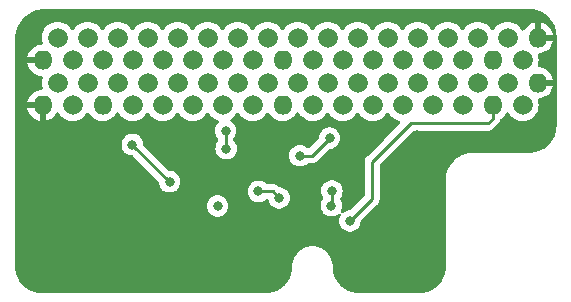
<source format=gbr>
%TF.GenerationSoftware,KiCad,Pcbnew,(6.99.0-4502-gf1556ed801-dirty)*%
%TF.CreationDate,2022-12-17T22:28:01-05:00*%
%TF.ProjectId,siox,73696f78-2e6b-4696-9361-645f70636258,rev?*%
%TF.SameCoordinates,Original*%
%TF.FileFunction,Copper,L2,Bot*%
%TF.FilePolarity,Positive*%
%FSLAX46Y46*%
G04 Gerber Fmt 4.6, Leading zero omitted, Abs format (unit mm)*
G04 Created by KiCad (PCBNEW (6.99.0-4502-gf1556ed801-dirty)) date 2022-12-17 22:28:01*
%MOMM*%
%LPD*%
G01*
G04 APERTURE LIST*
%TA.AperFunction,ComponentPad*%
%ADD10O,1.625000X1.625000*%
%TD*%
%TA.AperFunction,ViaPad*%
%ADD11C,0.800000*%
%TD*%
%TA.AperFunction,ViaPad*%
%ADD12C,1.660000*%
%TD*%
%TA.AperFunction,Conductor*%
%ADD13C,0.250000*%
%TD*%
G04 APERTURE END LIST*
D10*
%TO.P,J18,1,Pin_1*%
%TO.N,MP1*%
X110779999Y-57479999D03*
%TD*%
%TO.P,J16,1,Pin_1*%
%TO.N,PI*%
X128559999Y-57479999D03*
%TD*%
%TO.P,J12,1,Pin_1*%
%TO.N,GND1*%
X90459999Y-53659999D03*
%TD*%
%TO.P,J13,1,Pin_1*%
%TO.N,GND1*%
X90459999Y-57479999D03*
%TD*%
%TO.P,J11,1,Pin_1*%
%TO.N,GND1*%
X132369999Y-51749999D03*
%TD*%
%TO.P,J17,1,Pin_1*%
%TO.N,MP1*%
X110779999Y-53659999D03*
%TD*%
%TO.P,J15,1,Pin_1*%
%TO.N,CE*%
X128559999Y-53659999D03*
%TD*%
%TO.P,J14,1,Pin_1*%
%TO.N,GND1*%
X132369999Y-55569999D03*
%TD*%
%TO.P,J19,1,Pin_1*%
%TO.N,EN*%
X95539999Y-57479999D03*
%TD*%
D11*
%TO.N,GND1*%
X105350000Y-67425000D03*
%TO.N,P13*%
X108725000Y-64775000D03*
D12*
%TO.N,*%
X98080000Y-53660000D03*
X112050000Y-51750000D03*
X99350000Y-55570000D03*
X100620000Y-57480000D03*
X94270000Y-51750000D03*
X104430000Y-55570000D03*
X95540000Y-53660000D03*
X106970000Y-51750000D03*
X112050000Y-55570000D03*
X105700000Y-57480000D03*
X118400000Y-57480000D03*
X93000000Y-57480000D03*
X96810000Y-55570000D03*
X117130000Y-55570000D03*
X108240000Y-53660000D03*
X98080000Y-57480000D03*
X114590000Y-51750000D03*
X115860000Y-53660000D03*
X91730000Y-55570000D03*
X127290000Y-51750000D03*
X101890000Y-55570000D03*
X129830000Y-51750000D03*
X106970000Y-55570000D03*
X117130000Y-51750000D03*
X91730000Y-51750000D03*
X119670000Y-55570000D03*
X131100000Y-57480000D03*
X104430000Y-51750000D03*
X123480000Y-57480000D03*
X115860000Y-57480000D03*
X118400000Y-53660000D03*
X123480000Y-53660000D03*
X119670000Y-51750000D03*
X105700000Y-53660000D03*
X127290000Y-55570000D03*
X113320000Y-53660000D03*
X122210000Y-55570000D03*
X126020000Y-53660000D03*
X122210000Y-51750000D03*
X96810000Y-51750000D03*
X126020000Y-57480000D03*
X114590000Y-55570000D03*
X129830000Y-55570000D03*
X99350000Y-51750000D03*
X103160000Y-57480000D03*
X113320000Y-57480000D03*
X120940000Y-57480000D03*
X109510000Y-55570000D03*
X101890000Y-51750000D03*
X93000000Y-53660000D03*
X94270000Y-55570000D03*
X124750000Y-55570000D03*
X100620000Y-53660000D03*
X124750000Y-51750000D03*
X109510000Y-51750000D03*
X108240000Y-57480000D03*
X103160000Y-53660000D03*
X131100000Y-53660000D03*
X120940000Y-53660000D03*
D11*
%TO.N,CI*%
X114900000Y-65974500D03*
X114950000Y-64725500D03*
%TO.N,CE*%
X114750000Y-60250000D03*
X112250000Y-61750000D03*
%TO.N,GND1*%
X89500000Y-58875000D03*
X114600000Y-58700000D03*
X119375000Y-66275000D03*
X95925000Y-65350000D03*
X108825000Y-67300000D03*
X115825000Y-69975000D03*
X109550000Y-58925000D03*
X122125000Y-59975000D03*
X104750000Y-63100000D03*
X117825000Y-59325000D03*
X112350000Y-58825000D03*
X98600000Y-59300000D03*
X90100000Y-63550000D03*
X124150000Y-61300000D03*
X119475000Y-62625000D03*
X95800000Y-61225500D03*
X114600000Y-63175000D03*
X117125000Y-65150000D03*
X129250000Y-60500000D03*
X96000000Y-62800000D03*
X101975000Y-58775000D03*
X110400000Y-63625000D03*
X130825000Y-59625000D03*
X115900000Y-59300000D03*
%TO.N,XE*%
X106000000Y-61150000D03*
X105950000Y-59625500D03*
%TO.N,PI*%
X116475500Y-67274500D03*
%TO.N,EN*%
X105275000Y-66000000D03*
X98050000Y-60800000D03*
X101200000Y-63950000D03*
%TO.N,P13*%
X110475500Y-65324500D03*
%TD*%
D13*
%TO.N,P13*%
X108725000Y-64775000D02*
X109926000Y-64775000D01*
X109926000Y-64775000D02*
X110475500Y-65324500D01*
%TO.N,CI*%
X114950000Y-64725500D02*
X114950000Y-65924500D01*
X114950000Y-65924500D02*
X114900000Y-65974500D01*
%TO.N,CE*%
X112250000Y-61750000D02*
X113250000Y-61750000D01*
X113250000Y-61750000D02*
X114750000Y-60250000D01*
%TO.N,GND1*%
X95800000Y-61225500D02*
X95800000Y-62600000D01*
X95800000Y-62600000D02*
X96000000Y-62800000D01*
%TO.N,XE*%
X105950000Y-59625500D02*
X105950000Y-61100000D01*
X105950000Y-61100000D02*
X106000000Y-61150000D01*
%TO.N,PI*%
X118358058Y-65391942D02*
X118358058Y-62258058D01*
X121615616Y-59000500D02*
X128150000Y-59000500D01*
X116475500Y-67274500D02*
X118358058Y-65391942D01*
X128550500Y-58600000D02*
X128150000Y-59000500D01*
X118358058Y-62258058D02*
X121615616Y-59000500D01*
X128550500Y-58600000D02*
X128550500Y-57489500D01*
%TO.N,EN*%
X98050000Y-60800000D02*
X101200000Y-63950000D01*
%TD*%
%TA.AperFunction,Conductor*%
%TO.N,GND1*%
G36*
X131677483Y-49300732D02*
G01*
X131772440Y-49306474D01*
X131772762Y-49306494D01*
X131926049Y-49316538D01*
X131951188Y-49318185D01*
X131965659Y-49319978D01*
X132003130Y-49326844D01*
X132088676Y-49342519D01*
X132090470Y-49342863D01*
X132236112Y-49371830D01*
X132249010Y-49375113D01*
X132373890Y-49414025D01*
X132376870Y-49414994D01*
X132511987Y-49460858D01*
X132523193Y-49465270D01*
X132644606Y-49519911D01*
X132648623Y-49521804D01*
X132774467Y-49583861D01*
X132783924Y-49589039D01*
X132898860Y-49658519D01*
X132903677Y-49661582D01*
X133019416Y-49738915D01*
X133027120Y-49744494D01*
X133133294Y-49827674D01*
X133138646Y-49832112D01*
X133242949Y-49923582D01*
X133248967Y-49929218D01*
X133344448Y-50024697D01*
X133350084Y-50030714D01*
X133441572Y-50135034D01*
X133445995Y-50140369D01*
X133520000Y-50234827D01*
X133529182Y-50246547D01*
X133534762Y-50254252D01*
X133612092Y-50369983D01*
X133615155Y-50374799D01*
X133684644Y-50489745D01*
X133689821Y-50499202D01*
X133751867Y-50625016D01*
X133753761Y-50629033D01*
X133808414Y-50750467D01*
X133812828Y-50761677D01*
X133858676Y-50896738D01*
X133859651Y-50899733D01*
X133864159Y-50914200D01*
X133898574Y-51024643D01*
X133901858Y-51037546D01*
X133930837Y-51183227D01*
X133931194Y-51185097D01*
X133953709Y-51307957D01*
X133955504Y-51322447D01*
X133965370Y-51473312D01*
X133966854Y-51496000D01*
X133967575Y-51507032D01*
X133967610Y-51507585D01*
X133968492Y-51522164D01*
X133972924Y-51595435D01*
X133973154Y-51603042D01*
X133973154Y-59196194D01*
X133972924Y-59203801D01*
X133967189Y-59298615D01*
X133967155Y-59299155D01*
X133964290Y-59342872D01*
X133955463Y-59477537D01*
X133953669Y-59492009D01*
X133931143Y-59614926D01*
X133930786Y-59616795D01*
X133901815Y-59762438D01*
X133898531Y-59775341D01*
X133868187Y-59872721D01*
X133859613Y-59900235D01*
X133858631Y-59903252D01*
X133812783Y-60038312D01*
X133808369Y-60049522D01*
X133753725Y-60170936D01*
X133751831Y-60174953D01*
X133689780Y-60300777D01*
X133684603Y-60310234D01*
X133615109Y-60425188D01*
X133612046Y-60430005D01*
X133534731Y-60545713D01*
X133529151Y-60553417D01*
X133445969Y-60659590D01*
X133441515Y-60664961D01*
X133350054Y-60769251D01*
X133344418Y-60775269D01*
X133248936Y-60870749D01*
X133242918Y-60876385D01*
X133138610Y-60967859D01*
X133133283Y-60972277D01*
X133027091Y-61055471D01*
X133019387Y-61061050D01*
X132903660Y-61138375D01*
X132898841Y-61141439D01*
X132783893Y-61210924D01*
X132774438Y-61216101D01*
X132648624Y-61278144D01*
X132644608Y-61280037D01*
X132523170Y-61334690D01*
X132511962Y-61339103D01*
X132376865Y-61384960D01*
X132373893Y-61385926D01*
X132248993Y-61424844D01*
X132236105Y-61428125D01*
X132090417Y-61457101D01*
X132088571Y-61457453D01*
X132010779Y-61471708D01*
X131965640Y-61479980D01*
X131951191Y-61481772D01*
X131778695Y-61493101D01*
X131778148Y-61493135D01*
X131676697Y-61499270D01*
X131669092Y-61499500D01*
X126760845Y-61499500D01*
X126579195Y-61521556D01*
X126488344Y-61532587D01*
X126488342Y-61532587D01*
X126484565Y-61533046D01*
X126214343Y-61599650D01*
X125954120Y-61698340D01*
X125707689Y-61827677D01*
X125704560Y-61829837D01*
X125704553Y-61829841D01*
X125481787Y-61983605D01*
X125478645Y-61985774D01*
X125475790Y-61988303D01*
X125475784Y-61988308D01*
X125325378Y-62121556D01*
X125270327Y-62170327D01*
X125267803Y-62173176D01*
X125088308Y-62375784D01*
X125088303Y-62375790D01*
X125085774Y-62378645D01*
X125083607Y-62381784D01*
X125083605Y-62381787D01*
X124929841Y-62604553D01*
X124929837Y-62604560D01*
X124927677Y-62607689D01*
X124798340Y-62854120D01*
X124699650Y-63114343D01*
X124633046Y-63384565D01*
X124632587Y-63388342D01*
X124632587Y-63388344D01*
X124629587Y-63413056D01*
X124599500Y-63660845D01*
X124599500Y-71096194D01*
X124599270Y-71103801D01*
X124593877Y-71192968D01*
X124593535Y-71198615D01*
X124593495Y-71199249D01*
X124581809Y-71377541D01*
X124580015Y-71392012D01*
X124557495Y-71514900D01*
X124557138Y-71516769D01*
X124528161Y-71662447D01*
X124524879Y-71675345D01*
X124485942Y-71800296D01*
X124485006Y-71803173D01*
X124453693Y-71895418D01*
X124439130Y-71938318D01*
X124434721Y-71949519D01*
X124380061Y-72070967D01*
X124378183Y-72074950D01*
X124316123Y-72200795D01*
X124310945Y-72210252D01*
X124241462Y-72325190D01*
X124238402Y-72330002D01*
X124161067Y-72445743D01*
X124155497Y-72453433D01*
X124072316Y-72559606D01*
X124067890Y-72564946D01*
X123976387Y-72669284D01*
X123970764Y-72675287D01*
X123875287Y-72770764D01*
X123869284Y-72776387D01*
X123764948Y-72867888D01*
X123759606Y-72872316D01*
X123653433Y-72955497D01*
X123645743Y-72961067D01*
X123530006Y-73038400D01*
X123525190Y-73041462D01*
X123410252Y-73110945D01*
X123400795Y-73116123D01*
X123274950Y-73178183D01*
X123270982Y-73180054D01*
X123149519Y-73234721D01*
X123138318Y-73239130D01*
X123095418Y-73253693D01*
X123003173Y-73285006D01*
X123000296Y-73285942D01*
X122875345Y-73324879D01*
X122862452Y-73328160D01*
X122716824Y-73357127D01*
X122716769Y-73357138D01*
X122714910Y-73357493D01*
X122592009Y-73380015D01*
X122577544Y-73381809D01*
X122399172Y-73393500D01*
X122398671Y-73393532D01*
X122340110Y-73397074D01*
X122303801Y-73399270D01*
X122296194Y-73399500D01*
X117303806Y-73399500D01*
X117296199Y-73399270D01*
X117259890Y-73397074D01*
X117201329Y-73393532D01*
X117200828Y-73393500D01*
X117022456Y-73381809D01*
X117007991Y-73380015D01*
X116885090Y-73357493D01*
X116883231Y-73357138D01*
X116883176Y-73357127D01*
X116737548Y-73328160D01*
X116724655Y-73324879D01*
X116599704Y-73285942D01*
X116596827Y-73285006D01*
X116504582Y-73253693D01*
X116461682Y-73239130D01*
X116450481Y-73234721D01*
X116329018Y-73180054D01*
X116325050Y-73178183D01*
X116199205Y-73116123D01*
X116189748Y-73110945D01*
X116074810Y-73041462D01*
X116069994Y-73038400D01*
X115954257Y-72961067D01*
X115946567Y-72955497D01*
X115840394Y-72872316D01*
X115835052Y-72867888D01*
X115730716Y-72776387D01*
X115724713Y-72770764D01*
X115629236Y-72675287D01*
X115623613Y-72669284D01*
X115532110Y-72564946D01*
X115527684Y-72559606D01*
X115444503Y-72453433D01*
X115438933Y-72445743D01*
X115361598Y-72330002D01*
X115358538Y-72325190D01*
X115289055Y-72210252D01*
X115283877Y-72200795D01*
X115221817Y-72074950D01*
X115219939Y-72070967D01*
X115165279Y-71949519D01*
X115160870Y-71938318D01*
X115146307Y-71895418D01*
X115114994Y-71803173D01*
X115114058Y-71800296D01*
X115075121Y-71675345D01*
X115071839Y-71662447D01*
X115042862Y-71516769D01*
X115042505Y-71514900D01*
X115019985Y-71392012D01*
X115018191Y-71377541D01*
X115006505Y-71199249D01*
X115006465Y-71198615D01*
X115006124Y-71192968D01*
X115000730Y-71103801D01*
X115000500Y-71096194D01*
X115000500Y-70972565D01*
X114962513Y-70720542D01*
X114887389Y-70476996D01*
X114776805Y-70247366D01*
X114633232Y-70036783D01*
X114459877Y-69849950D01*
X114456197Y-69847015D01*
X114264293Y-69693976D01*
X114264289Y-69693973D01*
X114260612Y-69691041D01*
X114039888Y-69563607D01*
X113802637Y-69470492D01*
X113682669Y-69443110D01*
X113558758Y-69414828D01*
X113558756Y-69414828D01*
X113554157Y-69413778D01*
X113549457Y-69413426D01*
X113549452Y-69413425D01*
X113304697Y-69395084D01*
X113300000Y-69394732D01*
X113295303Y-69395084D01*
X113050548Y-69413425D01*
X113050543Y-69413426D01*
X113045843Y-69413778D01*
X113041244Y-69414828D01*
X113041242Y-69414828D01*
X112917331Y-69443110D01*
X112797363Y-69470492D01*
X112560112Y-69563607D01*
X112339388Y-69691041D01*
X112335711Y-69693973D01*
X112335707Y-69693976D01*
X112143803Y-69847015D01*
X112140123Y-69849950D01*
X111966768Y-70036783D01*
X111823195Y-70247366D01*
X111712611Y-70476996D01*
X111637487Y-70720542D01*
X111599500Y-70972565D01*
X111599500Y-71096194D01*
X111599270Y-71103801D01*
X111593877Y-71192968D01*
X111593535Y-71198615D01*
X111593495Y-71199249D01*
X111581809Y-71377541D01*
X111580015Y-71392012D01*
X111557495Y-71514900D01*
X111557138Y-71516769D01*
X111528161Y-71662447D01*
X111524879Y-71675345D01*
X111485942Y-71800296D01*
X111485006Y-71803173D01*
X111453693Y-71895418D01*
X111439130Y-71938318D01*
X111434721Y-71949519D01*
X111380061Y-72070967D01*
X111378183Y-72074950D01*
X111316123Y-72200795D01*
X111310945Y-72210252D01*
X111241462Y-72325190D01*
X111238402Y-72330002D01*
X111161067Y-72445743D01*
X111155497Y-72453433D01*
X111072316Y-72559606D01*
X111067890Y-72564946D01*
X110976387Y-72669284D01*
X110970764Y-72675287D01*
X110875287Y-72770764D01*
X110869284Y-72776387D01*
X110764948Y-72867888D01*
X110759606Y-72872316D01*
X110653433Y-72955497D01*
X110645743Y-72961067D01*
X110530006Y-73038400D01*
X110525190Y-73041462D01*
X110410252Y-73110945D01*
X110400795Y-73116123D01*
X110274950Y-73178183D01*
X110270982Y-73180054D01*
X110149519Y-73234721D01*
X110138318Y-73239130D01*
X110095418Y-73253693D01*
X110003173Y-73285006D01*
X110000296Y-73285942D01*
X109875345Y-73324879D01*
X109862452Y-73328160D01*
X109716824Y-73357127D01*
X109716769Y-73357138D01*
X109714910Y-73357493D01*
X109592009Y-73380015D01*
X109577544Y-73381809D01*
X109399172Y-73393500D01*
X109398671Y-73393532D01*
X109340110Y-73397074D01*
X109303801Y-73399270D01*
X109296194Y-73399500D01*
X90430147Y-73399500D01*
X90422542Y-73399270D01*
X90327702Y-73393535D01*
X90327069Y-73393495D01*
X90148812Y-73381815D01*
X90134340Y-73380022D01*
X90063061Y-73366961D01*
X90011324Y-73357481D01*
X90009530Y-73357137D01*
X89863888Y-73328170D01*
X89850990Y-73324887D01*
X89726110Y-73285975D01*
X89723130Y-73285006D01*
X89588013Y-73239142D01*
X89576807Y-73234730D01*
X89455394Y-73180089D01*
X89451377Y-73178196D01*
X89325533Y-73116139D01*
X89316076Y-73110961D01*
X89201140Y-73041481D01*
X89196323Y-73038418D01*
X89080584Y-72961085D01*
X89072880Y-72955506D01*
X89044623Y-72933369D01*
X88966693Y-72872316D01*
X88961354Y-72867888D01*
X88857051Y-72776418D01*
X88851033Y-72770782D01*
X88755552Y-72675303D01*
X88749916Y-72669286D01*
X88734235Y-72651405D01*
X88658428Y-72564966D01*
X88654005Y-72559631D01*
X88570817Y-72453451D01*
X88565238Y-72445748D01*
X88487908Y-72330017D01*
X88484845Y-72325201D01*
X88415356Y-72210255D01*
X88410179Y-72200798D01*
X88348133Y-72074984D01*
X88346239Y-72070967D01*
X88291586Y-71949533D01*
X88287172Y-71938323D01*
X88241324Y-71803262D01*
X88240342Y-71800245D01*
X88201426Y-71675357D01*
X88198142Y-71662454D01*
X88169163Y-71516773D01*
X88168806Y-71514903D01*
X88146291Y-71392043D01*
X88144496Y-71377553D01*
X88132425Y-71192968D01*
X88132386Y-71192353D01*
X88127076Y-71104565D01*
X88126846Y-71096958D01*
X88126846Y-66000000D01*
X104361496Y-66000000D01*
X104381458Y-66189928D01*
X104440473Y-66371556D01*
X104443776Y-66377278D01*
X104443777Y-66377279D01*
X104461740Y-66408391D01*
X104535960Y-66536944D01*
X104540378Y-66541851D01*
X104540379Y-66541852D01*
X104636365Y-66648455D01*
X104663747Y-66678866D01*
X104818248Y-66791118D01*
X104824276Y-66793802D01*
X104824278Y-66793803D01*
X104938519Y-66844666D01*
X104992712Y-66868794D01*
X105059546Y-66883000D01*
X105173056Y-66907128D01*
X105173061Y-66907128D01*
X105179513Y-66908500D01*
X105370487Y-66908500D01*
X105376939Y-66907128D01*
X105376944Y-66907128D01*
X105490454Y-66883000D01*
X105557288Y-66868794D01*
X105611481Y-66844666D01*
X105725722Y-66793803D01*
X105725724Y-66793802D01*
X105731752Y-66791118D01*
X105886253Y-66678866D01*
X105913635Y-66648455D01*
X106009621Y-66541852D01*
X106009622Y-66541851D01*
X106014040Y-66536944D01*
X106088260Y-66408391D01*
X106106223Y-66377279D01*
X106106224Y-66377278D01*
X106109527Y-66371556D01*
X106168542Y-66189928D01*
X106188504Y-66000000D01*
X106174457Y-65866352D01*
X106169232Y-65816635D01*
X106169232Y-65816633D01*
X106168542Y-65810072D01*
X106109527Y-65628444D01*
X106014040Y-65463056D01*
X106001344Y-65448955D01*
X105890675Y-65326045D01*
X105890674Y-65326044D01*
X105886253Y-65321134D01*
X105731752Y-65208882D01*
X105725724Y-65206198D01*
X105725722Y-65206197D01*
X105563319Y-65133891D01*
X105563318Y-65133891D01*
X105557288Y-65131206D01*
X105463888Y-65111353D01*
X105376944Y-65092872D01*
X105376939Y-65092872D01*
X105370487Y-65091500D01*
X105179513Y-65091500D01*
X105173061Y-65092872D01*
X105173056Y-65092872D01*
X105086112Y-65111353D01*
X104992712Y-65131206D01*
X104986682Y-65133891D01*
X104986681Y-65133891D01*
X104824278Y-65206197D01*
X104824276Y-65206198D01*
X104818248Y-65208882D01*
X104663747Y-65321134D01*
X104659326Y-65326044D01*
X104659325Y-65326045D01*
X104548657Y-65448955D01*
X104535960Y-65463056D01*
X104440473Y-65628444D01*
X104381458Y-65810072D01*
X104380768Y-65816633D01*
X104380768Y-65816635D01*
X104375543Y-65866352D01*
X104361496Y-66000000D01*
X88126846Y-66000000D01*
X88126846Y-60800000D01*
X97136496Y-60800000D01*
X97137186Y-60806565D01*
X97154606Y-60972304D01*
X97156458Y-60989928D01*
X97215473Y-61171556D01*
X97310960Y-61336944D01*
X97315378Y-61341851D01*
X97315379Y-61341852D01*
X97368021Y-61400317D01*
X97438747Y-61478866D01*
X97468524Y-61500500D01*
X97560492Y-61567319D01*
X97593248Y-61591118D01*
X97599276Y-61593802D01*
X97599278Y-61593803D01*
X97761681Y-61666109D01*
X97767712Y-61668794D01*
X97853101Y-61686944D01*
X97948056Y-61707128D01*
X97948061Y-61707128D01*
X97954513Y-61708500D01*
X98010406Y-61708500D01*
X98078527Y-61728502D01*
X98099501Y-61745405D01*
X100252878Y-63898783D01*
X100286904Y-63961095D01*
X100289093Y-63974708D01*
X100296653Y-64046634D01*
X100306458Y-64139928D01*
X100365473Y-64321556D01*
X100368776Y-64327278D01*
X100368777Y-64327279D01*
X100392277Y-64367982D01*
X100460960Y-64486944D01*
X100588747Y-64628866D01*
X100687843Y-64700864D01*
X100730788Y-64732065D01*
X100743248Y-64741118D01*
X100749276Y-64743802D01*
X100749278Y-64743803D01*
X100911681Y-64816109D01*
X100917712Y-64818794D01*
X101011113Y-64838647D01*
X101098056Y-64857128D01*
X101098061Y-64857128D01*
X101104513Y-64858500D01*
X101295487Y-64858500D01*
X101301939Y-64857128D01*
X101301944Y-64857128D01*
X101388887Y-64838647D01*
X101482288Y-64818794D01*
X101488319Y-64816109D01*
X101580652Y-64775000D01*
X107811496Y-64775000D01*
X107812186Y-64781565D01*
X107825566Y-64908865D01*
X107831458Y-64964928D01*
X107890473Y-65146556D01*
X107985960Y-65311944D01*
X107990378Y-65316851D01*
X107990379Y-65316852D01*
X108068944Y-65404107D01*
X108113747Y-65453866D01*
X108268248Y-65566118D01*
X108274276Y-65568802D01*
X108274278Y-65568803D01*
X108436681Y-65641109D01*
X108442712Y-65643794D01*
X108536112Y-65663647D01*
X108623056Y-65682128D01*
X108623061Y-65682128D01*
X108629513Y-65683500D01*
X108820487Y-65683500D01*
X108826939Y-65682128D01*
X108826944Y-65682128D01*
X108913888Y-65663647D01*
X109007288Y-65643794D01*
X109013319Y-65641109D01*
X109175722Y-65568803D01*
X109175724Y-65568802D01*
X109181752Y-65566118D01*
X109336253Y-65453866D01*
X109340668Y-65448963D01*
X109345580Y-65444540D01*
X109346705Y-65445789D01*
X109400014Y-65412949D01*
X109433200Y-65408500D01*
X109458115Y-65408500D01*
X109526236Y-65428502D01*
X109572729Y-65482158D01*
X109581292Y-65508092D01*
X109581958Y-65514428D01*
X109640973Y-65696056D01*
X109736460Y-65861444D01*
X109740878Y-65866351D01*
X109740879Y-65866352D01*
X109756717Y-65883942D01*
X109864247Y-66003366D01*
X110018748Y-66115618D01*
X110024776Y-66118302D01*
X110024778Y-66118303D01*
X110187181Y-66190609D01*
X110193212Y-66193294D01*
X110286612Y-66213147D01*
X110373556Y-66231628D01*
X110373561Y-66231628D01*
X110380013Y-66233000D01*
X110570987Y-66233000D01*
X110577439Y-66231628D01*
X110577444Y-66231628D01*
X110664388Y-66213147D01*
X110757788Y-66193294D01*
X110763819Y-66190609D01*
X110926222Y-66118303D01*
X110926224Y-66118302D01*
X110932252Y-66115618D01*
X111086753Y-66003366D01*
X111194283Y-65883942D01*
X111210121Y-65866352D01*
X111210122Y-65866351D01*
X111214540Y-65861444D01*
X111310027Y-65696056D01*
X111369042Y-65514428D01*
X111373841Y-65468774D01*
X111388314Y-65331065D01*
X111389004Y-65324500D01*
X111382482Y-65262444D01*
X111369732Y-65141135D01*
X111369732Y-65141133D01*
X111369042Y-65134572D01*
X111310027Y-64952944D01*
X111214540Y-64787556D01*
X111197324Y-64768435D01*
X111091175Y-64650545D01*
X111091174Y-64650544D01*
X111086753Y-64645634D01*
X110987657Y-64573636D01*
X110937594Y-64537263D01*
X110937593Y-64537262D01*
X110932252Y-64533382D01*
X110926224Y-64530698D01*
X110926222Y-64530697D01*
X110763819Y-64458391D01*
X110763818Y-64458391D01*
X110757788Y-64455706D01*
X110664388Y-64435853D01*
X110577444Y-64417372D01*
X110577439Y-64417372D01*
X110570987Y-64416000D01*
X110515726Y-64416000D01*
X110447605Y-64395998D01*
X110420561Y-64372018D01*
X110418000Y-64367982D01*
X110368348Y-64321356D01*
X110365507Y-64318602D01*
X110345770Y-64298865D01*
X110342573Y-64296385D01*
X110333551Y-64288680D01*
X110307100Y-64263841D01*
X110301321Y-64258414D01*
X110294375Y-64254595D01*
X110294372Y-64254593D01*
X110283566Y-64248652D01*
X110267047Y-64237801D01*
X110261048Y-64233148D01*
X110251041Y-64225386D01*
X110243772Y-64222241D01*
X110243768Y-64222238D01*
X110210463Y-64207826D01*
X110199813Y-64202609D01*
X110161060Y-64181305D01*
X110141437Y-64176267D01*
X110122734Y-64169863D01*
X110111420Y-64164967D01*
X110111419Y-64164967D01*
X110104145Y-64161819D01*
X110096322Y-64160580D01*
X110096312Y-64160577D01*
X110060476Y-64154901D01*
X110048856Y-64152495D01*
X110013711Y-64143472D01*
X110013710Y-64143472D01*
X110006030Y-64141500D01*
X109985776Y-64141500D01*
X109966065Y-64139949D01*
X109965933Y-64139928D01*
X109946057Y-64136780D01*
X109938165Y-64137526D01*
X109902039Y-64140941D01*
X109890181Y-64141500D01*
X109433200Y-64141500D01*
X109365079Y-64121498D01*
X109345853Y-64105157D01*
X109345580Y-64105460D01*
X109340668Y-64101037D01*
X109336253Y-64096134D01*
X109181752Y-63983882D01*
X109175724Y-63981198D01*
X109175722Y-63981197D01*
X109013319Y-63908891D01*
X109013318Y-63908891D01*
X109007288Y-63906206D01*
X108913888Y-63886353D01*
X108826944Y-63867872D01*
X108826939Y-63867872D01*
X108820487Y-63866500D01*
X108629513Y-63866500D01*
X108623061Y-63867872D01*
X108623056Y-63867872D01*
X108536112Y-63886353D01*
X108442712Y-63906206D01*
X108436682Y-63908891D01*
X108436681Y-63908891D01*
X108274278Y-63981197D01*
X108274276Y-63981198D01*
X108268248Y-63983882D01*
X108113747Y-64096134D01*
X108109326Y-64101044D01*
X108109325Y-64101045D01*
X108000203Y-64222238D01*
X107985960Y-64238056D01*
X107890473Y-64403444D01*
X107831458Y-64585072D01*
X107830768Y-64591633D01*
X107830768Y-64591635D01*
X107817389Y-64718935D01*
X107811496Y-64775000D01*
X101580652Y-64775000D01*
X101650722Y-64743803D01*
X101650724Y-64743802D01*
X101656752Y-64741118D01*
X101669213Y-64732065D01*
X101712157Y-64700864D01*
X101811253Y-64628866D01*
X101939040Y-64486944D01*
X102007723Y-64367982D01*
X102031223Y-64327279D01*
X102031224Y-64327278D01*
X102034527Y-64321556D01*
X102093542Y-64139928D01*
X102103348Y-64046634D01*
X102112814Y-63956565D01*
X102113504Y-63950000D01*
X102093542Y-63760072D01*
X102034527Y-63578444D01*
X101939040Y-63413056D01*
X101811253Y-63271134D01*
X101656752Y-63158882D01*
X101650724Y-63156198D01*
X101650722Y-63156197D01*
X101488319Y-63083891D01*
X101488318Y-63083891D01*
X101482288Y-63081206D01*
X101388887Y-63061353D01*
X101301944Y-63042872D01*
X101301939Y-63042872D01*
X101295487Y-63041500D01*
X101239594Y-63041500D01*
X101171473Y-63021498D01*
X101150499Y-63004595D01*
X98997122Y-60851217D01*
X98963096Y-60788905D01*
X98960907Y-60775292D01*
X98944232Y-60616635D01*
X98944232Y-60616633D01*
X98943542Y-60610072D01*
X98884527Y-60428444D01*
X98789040Y-60263056D01*
X98783196Y-60256565D01*
X98665675Y-60126045D01*
X98665674Y-60126044D01*
X98661253Y-60121134D01*
X98506752Y-60008882D01*
X98500724Y-60006198D01*
X98500722Y-60006197D01*
X98338319Y-59933891D01*
X98338318Y-59933891D01*
X98332288Y-59931206D01*
X98238888Y-59911353D01*
X98151944Y-59892872D01*
X98151939Y-59892872D01*
X98145487Y-59891500D01*
X97954513Y-59891500D01*
X97948061Y-59892872D01*
X97948056Y-59892872D01*
X97861112Y-59911353D01*
X97767712Y-59931206D01*
X97761682Y-59933891D01*
X97761681Y-59933891D01*
X97599278Y-60006197D01*
X97599276Y-60006198D01*
X97593248Y-60008882D01*
X97438747Y-60121134D01*
X97434326Y-60126044D01*
X97434325Y-60126045D01*
X97316805Y-60256565D01*
X97310960Y-60263056D01*
X97215473Y-60428444D01*
X97156458Y-60610072D01*
X97155768Y-60616633D01*
X97155768Y-60616635D01*
X97150689Y-60664961D01*
X97136496Y-60800000D01*
X88126846Y-60800000D01*
X88126846Y-57746522D01*
X89164332Y-57746522D01*
X89212973Y-57928053D01*
X89216719Y-57938345D01*
X89309719Y-58137785D01*
X89315202Y-58147281D01*
X89441415Y-58327532D01*
X89448471Y-58335940D01*
X89604060Y-58491529D01*
X89612468Y-58498585D01*
X89792719Y-58624798D01*
X89802215Y-58630281D01*
X90001655Y-58723281D01*
X90011947Y-58727027D01*
X90188503Y-58774335D01*
X90202599Y-58773999D01*
X90206000Y-58766057D01*
X90206000Y-57752115D01*
X90201525Y-57736876D01*
X90200135Y-57735671D01*
X90192452Y-57734000D01*
X89179092Y-57734000D01*
X89165561Y-57737973D01*
X89164332Y-57746522D01*
X88126846Y-57746522D01*
X88126846Y-53926522D01*
X89164332Y-53926522D01*
X89212973Y-54108053D01*
X89216719Y-54118345D01*
X89309719Y-54317785D01*
X89315202Y-54327281D01*
X89441415Y-54507532D01*
X89448471Y-54515940D01*
X89604060Y-54671529D01*
X89612468Y-54678585D01*
X89792719Y-54804798D01*
X89802215Y-54810281D01*
X90001655Y-54903281D01*
X90011947Y-54907027D01*
X90224507Y-54963982D01*
X90235302Y-54965885D01*
X90350361Y-54975952D01*
X90416479Y-55001816D01*
X90458118Y-55059319D01*
X90461086Y-55134084D01*
X90406800Y-55336684D01*
X90386387Y-55570000D01*
X90406800Y-55803316D01*
X90408224Y-55808629D01*
X90408224Y-55808631D01*
X90461086Y-56005916D01*
X90459396Y-56076893D01*
X90419602Y-56135688D01*
X90350361Y-56164048D01*
X90235302Y-56174115D01*
X90224507Y-56176018D01*
X90011947Y-56232973D01*
X90001655Y-56236719D01*
X89802215Y-56329719D01*
X89792719Y-56335202D01*
X89612468Y-56461415D01*
X89604060Y-56468471D01*
X89448471Y-56624060D01*
X89441415Y-56632468D01*
X89315202Y-56812719D01*
X89309719Y-56822215D01*
X89216719Y-57021655D01*
X89212973Y-57031947D01*
X89165665Y-57208503D01*
X89166001Y-57222599D01*
X89173943Y-57226000D01*
X90588000Y-57226000D01*
X90656121Y-57246002D01*
X90702614Y-57299658D01*
X90714000Y-57352000D01*
X90714000Y-58760908D01*
X90717973Y-58774439D01*
X90726522Y-58775668D01*
X90908053Y-58727027D01*
X90918345Y-58723281D01*
X91117785Y-58630281D01*
X91127281Y-58624798D01*
X91307532Y-58498585D01*
X91315940Y-58491529D01*
X91471529Y-58335940D01*
X91478585Y-58327532D01*
X91604798Y-58147281D01*
X91610729Y-58137008D01*
X91662112Y-58088015D01*
X91731826Y-58074580D01*
X91797737Y-58100967D01*
X91830630Y-58142455D01*
X91831321Y-58142056D01*
X91834019Y-58146729D01*
X91834042Y-58146758D01*
X91834068Y-58146814D01*
X91834072Y-58146821D01*
X91836397Y-58151807D01*
X91839554Y-58156315D01*
X91965329Y-58335940D01*
X91970733Y-58343658D01*
X92136342Y-58509267D01*
X92140850Y-58512424D01*
X92140853Y-58512426D01*
X92220848Y-58568439D01*
X92328193Y-58643603D01*
X92333175Y-58645926D01*
X92333180Y-58645929D01*
X92523071Y-58734476D01*
X92540457Y-58742583D01*
X92545765Y-58744005D01*
X92545767Y-58744006D01*
X92761369Y-58801776D01*
X92761371Y-58801776D01*
X92766684Y-58803200D01*
X93000000Y-58823613D01*
X93233316Y-58803200D01*
X93238629Y-58801776D01*
X93238631Y-58801776D01*
X93454233Y-58744006D01*
X93454235Y-58744005D01*
X93459543Y-58742583D01*
X93476929Y-58734476D01*
X93666820Y-58645929D01*
X93666825Y-58645926D01*
X93671807Y-58643603D01*
X93779152Y-58568439D01*
X93859147Y-58512426D01*
X93859150Y-58512424D01*
X93863658Y-58509267D01*
X94029267Y-58343658D01*
X94034672Y-58335940D01*
X94160446Y-58156315D01*
X94163603Y-58151807D01*
X94165929Y-58146819D01*
X94168679Y-58142056D01*
X94169771Y-58142687D01*
X94212622Y-58094026D01*
X94280901Y-58074569D01*
X94348859Y-58095115D01*
X94389012Y-58137564D01*
X94389285Y-58138036D01*
X94391610Y-58143023D01*
X94524190Y-58332366D01*
X94687634Y-58495810D01*
X94692142Y-58498967D01*
X94692145Y-58498969D01*
X94711364Y-58512426D01*
X94876977Y-58628390D01*
X94881959Y-58630713D01*
X94881964Y-58630716D01*
X95079556Y-58722854D01*
X95086466Y-58726076D01*
X95091774Y-58727498D01*
X95091776Y-58727499D01*
X95304420Y-58784476D01*
X95309735Y-58785900D01*
X95540000Y-58806046D01*
X95770265Y-58785900D01*
X95775580Y-58784476D01*
X95988224Y-58727499D01*
X95988226Y-58727498D01*
X95993534Y-58726076D01*
X96000444Y-58722854D01*
X96198036Y-58630716D01*
X96198041Y-58630713D01*
X96203023Y-58628390D01*
X96368636Y-58512426D01*
X96387855Y-58498969D01*
X96387858Y-58498967D01*
X96392366Y-58495810D01*
X96555810Y-58332366D01*
X96688390Y-58143023D01*
X96690715Y-58138036D01*
X96690988Y-58137564D01*
X96742372Y-58088571D01*
X96812085Y-58075136D01*
X96877996Y-58101523D01*
X96910507Y-58142526D01*
X96911321Y-58142056D01*
X96914071Y-58146819D01*
X96916397Y-58151807D01*
X96919554Y-58156315D01*
X97045329Y-58335940D01*
X97050733Y-58343658D01*
X97216342Y-58509267D01*
X97220850Y-58512424D01*
X97220853Y-58512426D01*
X97300848Y-58568439D01*
X97408193Y-58643603D01*
X97413175Y-58645926D01*
X97413180Y-58645929D01*
X97603071Y-58734476D01*
X97620457Y-58742583D01*
X97625765Y-58744005D01*
X97625767Y-58744006D01*
X97841369Y-58801776D01*
X97841371Y-58801776D01*
X97846684Y-58803200D01*
X98080000Y-58823613D01*
X98313316Y-58803200D01*
X98318629Y-58801776D01*
X98318631Y-58801776D01*
X98534233Y-58744006D01*
X98534235Y-58744005D01*
X98539543Y-58742583D01*
X98556929Y-58734476D01*
X98746820Y-58645929D01*
X98746825Y-58645926D01*
X98751807Y-58643603D01*
X98859152Y-58568439D01*
X98939147Y-58512426D01*
X98939150Y-58512424D01*
X98943658Y-58509267D01*
X99109267Y-58343658D01*
X99114672Y-58335940D01*
X99240446Y-58156315D01*
X99243603Y-58151807D01*
X99244305Y-58152298D01*
X99292262Y-58106570D01*
X99361976Y-58093133D01*
X99427887Y-58119519D01*
X99456066Y-58152039D01*
X99456397Y-58151807D01*
X99459554Y-58156315D01*
X99585329Y-58335940D01*
X99590733Y-58343658D01*
X99756342Y-58509267D01*
X99760850Y-58512424D01*
X99760853Y-58512426D01*
X99840848Y-58568439D01*
X99948193Y-58643603D01*
X99953175Y-58645926D01*
X99953180Y-58645929D01*
X100143071Y-58734476D01*
X100160457Y-58742583D01*
X100165765Y-58744005D01*
X100165767Y-58744006D01*
X100381369Y-58801776D01*
X100381371Y-58801776D01*
X100386684Y-58803200D01*
X100620000Y-58823613D01*
X100853316Y-58803200D01*
X100858629Y-58801776D01*
X100858631Y-58801776D01*
X101074233Y-58744006D01*
X101074235Y-58744005D01*
X101079543Y-58742583D01*
X101096929Y-58734476D01*
X101286820Y-58645929D01*
X101286825Y-58645926D01*
X101291807Y-58643603D01*
X101399152Y-58568439D01*
X101479147Y-58512426D01*
X101479150Y-58512424D01*
X101483658Y-58509267D01*
X101649267Y-58343658D01*
X101654672Y-58335940D01*
X101780446Y-58156315D01*
X101783603Y-58151807D01*
X101784305Y-58152298D01*
X101832262Y-58106570D01*
X101901976Y-58093133D01*
X101967887Y-58119519D01*
X101996066Y-58152039D01*
X101996397Y-58151807D01*
X101999554Y-58156315D01*
X102125329Y-58335940D01*
X102130733Y-58343658D01*
X102296342Y-58509267D01*
X102300850Y-58512424D01*
X102300853Y-58512426D01*
X102380848Y-58568439D01*
X102488193Y-58643603D01*
X102493175Y-58645926D01*
X102493180Y-58645929D01*
X102683071Y-58734476D01*
X102700457Y-58742583D01*
X102705765Y-58744005D01*
X102705767Y-58744006D01*
X102921369Y-58801776D01*
X102921371Y-58801776D01*
X102926684Y-58803200D01*
X103160000Y-58823613D01*
X103393316Y-58803200D01*
X103398629Y-58801776D01*
X103398631Y-58801776D01*
X103614233Y-58744006D01*
X103614235Y-58744005D01*
X103619543Y-58742583D01*
X103636929Y-58734476D01*
X103826820Y-58645929D01*
X103826825Y-58645926D01*
X103831807Y-58643603D01*
X103939152Y-58568439D01*
X104019147Y-58512426D01*
X104019150Y-58512424D01*
X104023658Y-58509267D01*
X104189267Y-58343658D01*
X104194672Y-58335940D01*
X104320446Y-58156315D01*
X104323603Y-58151807D01*
X104324305Y-58152298D01*
X104372262Y-58106570D01*
X104441976Y-58093133D01*
X104507887Y-58119519D01*
X104536066Y-58152039D01*
X104536397Y-58151807D01*
X104539554Y-58156315D01*
X104665329Y-58335940D01*
X104670733Y-58343658D01*
X104836342Y-58509267D01*
X104840850Y-58512424D01*
X104840853Y-58512426D01*
X104920848Y-58568439D01*
X105028193Y-58643603D01*
X105033175Y-58645926D01*
X105033180Y-58645929D01*
X105223071Y-58734476D01*
X105240457Y-58742583D01*
X105245762Y-58744004D01*
X105245769Y-58744007D01*
X105269052Y-58750245D01*
X105329675Y-58787196D01*
X105360697Y-58851056D01*
X105352269Y-58921551D01*
X105330078Y-58956262D01*
X105210960Y-59088556D01*
X105115473Y-59253944D01*
X105056458Y-59435572D01*
X105055768Y-59442133D01*
X105055768Y-59442135D01*
X105053600Y-59462763D01*
X105036496Y-59625500D01*
X105037186Y-59632065D01*
X105050889Y-59762438D01*
X105056458Y-59815428D01*
X105115473Y-59997056D01*
X105118776Y-60002778D01*
X105118777Y-60002779D01*
X105139292Y-60038312D01*
X105210960Y-60162444D01*
X105284137Y-60243715D01*
X105314853Y-60307721D01*
X105316500Y-60328024D01*
X105316500Y-60503006D01*
X105296498Y-60571127D01*
X105284135Y-60587317D01*
X105265383Y-60608143D01*
X105265380Y-60608147D01*
X105260960Y-60613056D01*
X105257659Y-60618774D01*
X105257657Y-60618777D01*
X105170781Y-60769251D01*
X105165473Y-60778444D01*
X105106458Y-60960072D01*
X105105768Y-60966633D01*
X105105768Y-60966635D01*
X105105172Y-60972304D01*
X105086496Y-61150000D01*
X105087186Y-61156565D01*
X105092608Y-61208148D01*
X105106458Y-61339928D01*
X105165473Y-61521556D01*
X105260960Y-61686944D01*
X105265378Y-61691851D01*
X105265379Y-61691852D01*
X105279134Y-61707128D01*
X105388747Y-61828866D01*
X105543248Y-61941118D01*
X105549276Y-61943802D01*
X105549278Y-61943803D01*
X105711681Y-62016109D01*
X105717712Y-62018794D01*
X105811112Y-62038647D01*
X105898056Y-62057128D01*
X105898061Y-62057128D01*
X105904513Y-62058500D01*
X106095487Y-62058500D01*
X106101939Y-62057128D01*
X106101944Y-62057128D01*
X106188888Y-62038647D01*
X106282288Y-62018794D01*
X106288319Y-62016109D01*
X106450722Y-61943803D01*
X106450724Y-61943802D01*
X106456752Y-61941118D01*
X106611253Y-61828866D01*
X106682264Y-61750000D01*
X111336496Y-61750000D01*
X111337186Y-61756565D01*
X111355732Y-61933017D01*
X111356458Y-61939928D01*
X111415473Y-62121556D01*
X111418776Y-62127278D01*
X111418777Y-62127279D01*
X111442174Y-62167803D01*
X111510960Y-62286944D01*
X111515378Y-62291851D01*
X111515379Y-62291852D01*
X111597452Y-62383003D01*
X111638747Y-62428866D01*
X111728031Y-62493735D01*
X111764818Y-62520462D01*
X111793248Y-62541118D01*
X111799276Y-62543802D01*
X111799278Y-62543803D01*
X111961681Y-62616109D01*
X111967712Y-62618794D01*
X112061113Y-62638647D01*
X112148056Y-62657128D01*
X112148061Y-62657128D01*
X112154513Y-62658500D01*
X112345487Y-62658500D01*
X112351939Y-62657128D01*
X112351944Y-62657128D01*
X112438887Y-62638647D01*
X112532288Y-62618794D01*
X112538319Y-62616109D01*
X112700722Y-62543803D01*
X112700724Y-62543802D01*
X112706752Y-62541118D01*
X112735183Y-62520462D01*
X112839671Y-62444546D01*
X112861253Y-62428866D01*
X112865668Y-62423963D01*
X112870580Y-62419540D01*
X112871705Y-62420789D01*
X112925014Y-62387949D01*
X112958200Y-62383500D01*
X113171233Y-62383500D01*
X113182416Y-62384027D01*
X113189909Y-62385702D01*
X113197835Y-62385453D01*
X113197836Y-62385453D01*
X113257986Y-62383562D01*
X113261945Y-62383500D01*
X113289856Y-62383500D01*
X113293791Y-62383003D01*
X113293856Y-62382995D01*
X113305693Y-62382062D01*
X113337951Y-62381048D01*
X113341970Y-62380922D01*
X113349889Y-62380673D01*
X113369343Y-62375021D01*
X113388700Y-62371013D01*
X113400930Y-62369468D01*
X113400931Y-62369468D01*
X113408797Y-62368474D01*
X113416168Y-62365555D01*
X113416170Y-62365555D01*
X113449912Y-62352196D01*
X113461142Y-62348351D01*
X113495983Y-62338229D01*
X113495984Y-62338229D01*
X113503593Y-62336018D01*
X113510412Y-62331985D01*
X113510417Y-62331983D01*
X113521028Y-62325707D01*
X113538776Y-62317012D01*
X113557617Y-62309552D01*
X113587374Y-62287933D01*
X113593387Y-62283564D01*
X113603307Y-62277048D01*
X113634535Y-62258580D01*
X113634538Y-62258578D01*
X113641362Y-62254542D01*
X113655683Y-62240221D01*
X113670717Y-62227380D01*
X113680694Y-62220131D01*
X113687107Y-62215472D01*
X113715298Y-62181395D01*
X113723288Y-62172616D01*
X114700499Y-61195405D01*
X114762811Y-61161379D01*
X114789594Y-61158500D01*
X114845487Y-61158500D01*
X114851939Y-61157128D01*
X114851944Y-61157128D01*
X114940167Y-61138375D01*
X115032288Y-61118794D01*
X115038319Y-61116109D01*
X115200722Y-61043803D01*
X115200724Y-61043802D01*
X115206752Y-61041118D01*
X115361253Y-60928866D01*
X115413582Y-60870749D01*
X115484621Y-60791852D01*
X115484622Y-60791851D01*
X115489040Y-60786944D01*
X115584527Y-60621556D01*
X115643542Y-60439928D01*
X115655304Y-60328024D01*
X115662814Y-60256565D01*
X115663504Y-60250000D01*
X115643542Y-60060072D01*
X115584527Y-59878444D01*
X115489040Y-59713056D01*
X115419841Y-59636202D01*
X115365675Y-59576045D01*
X115365674Y-59576044D01*
X115361253Y-59571134D01*
X115252347Y-59492009D01*
X115212094Y-59462763D01*
X115212093Y-59462762D01*
X115206752Y-59458882D01*
X115200724Y-59456198D01*
X115200722Y-59456197D01*
X115038319Y-59383891D01*
X115038318Y-59383891D01*
X115032288Y-59381206D01*
X114938888Y-59361353D01*
X114851944Y-59342872D01*
X114851939Y-59342872D01*
X114845487Y-59341500D01*
X114654513Y-59341500D01*
X114648061Y-59342872D01*
X114648056Y-59342872D01*
X114561112Y-59361353D01*
X114467712Y-59381206D01*
X114461682Y-59383891D01*
X114461681Y-59383891D01*
X114299278Y-59456197D01*
X114299276Y-59456198D01*
X114293248Y-59458882D01*
X114287907Y-59462762D01*
X114287906Y-59462763D01*
X114247653Y-59492009D01*
X114138747Y-59571134D01*
X114134326Y-59576044D01*
X114134325Y-59576045D01*
X114080160Y-59636202D01*
X114010960Y-59713056D01*
X113915473Y-59878444D01*
X113856458Y-60060072D01*
X113855768Y-60066633D01*
X113855768Y-60066635D01*
X113839093Y-60225292D01*
X113812080Y-60290949D01*
X113802878Y-60301217D01*
X113035666Y-61068429D01*
X112973354Y-61102455D01*
X112902539Y-61097390D01*
X112863683Y-61073833D01*
X112861253Y-61071134D01*
X112706752Y-60958882D01*
X112700724Y-60956198D01*
X112700722Y-60956197D01*
X112538319Y-60883891D01*
X112538318Y-60883891D01*
X112532288Y-60881206D01*
X112438888Y-60861353D01*
X112351944Y-60842872D01*
X112351939Y-60842872D01*
X112345487Y-60841500D01*
X112154513Y-60841500D01*
X112148061Y-60842872D01*
X112148056Y-60842872D01*
X112061112Y-60861353D01*
X111967712Y-60881206D01*
X111961682Y-60883891D01*
X111961681Y-60883891D01*
X111799278Y-60956197D01*
X111799276Y-60956198D01*
X111793248Y-60958882D01*
X111638747Y-61071134D01*
X111510960Y-61213056D01*
X111415473Y-61378444D01*
X111356458Y-61560072D01*
X111355768Y-61566633D01*
X111355768Y-61566635D01*
X111337186Y-61743435D01*
X111336496Y-61750000D01*
X106682264Y-61750000D01*
X106720866Y-61707128D01*
X106734621Y-61691852D01*
X106734622Y-61691851D01*
X106739040Y-61686944D01*
X106834527Y-61521556D01*
X106893542Y-61339928D01*
X106907393Y-61208148D01*
X106912814Y-61156565D01*
X106913504Y-61150000D01*
X106894828Y-60972304D01*
X106894232Y-60966635D01*
X106894232Y-60966633D01*
X106893542Y-60960072D01*
X106834527Y-60778444D01*
X106829220Y-60769251D01*
X106765906Y-60659590D01*
X106739040Y-60613056D01*
X106730701Y-60603794D01*
X106615864Y-60476255D01*
X106585146Y-60412248D01*
X106583500Y-60391945D01*
X106583500Y-60328024D01*
X106603502Y-60259903D01*
X106615858Y-60243721D01*
X106689040Y-60162444D01*
X106760708Y-60038312D01*
X106781223Y-60002779D01*
X106781224Y-60002778D01*
X106784527Y-59997056D01*
X106843542Y-59815428D01*
X106849112Y-59762438D01*
X106862814Y-59632065D01*
X106863504Y-59625500D01*
X106846400Y-59462763D01*
X106844232Y-59442135D01*
X106844232Y-59442133D01*
X106843542Y-59435572D01*
X106784527Y-59253944D01*
X106689040Y-59088556D01*
X106616107Y-59007555D01*
X106565675Y-58951545D01*
X106565674Y-58951544D01*
X106561253Y-58946634D01*
X106475699Y-58884475D01*
X106412097Y-58838265D01*
X106412094Y-58838264D01*
X106406752Y-58834382D01*
X106406846Y-58834252D01*
X106359935Y-58785056D01*
X106346497Y-58715342D01*
X106372882Y-58649431D01*
X106399656Y-58624103D01*
X106559147Y-58512426D01*
X106559150Y-58512424D01*
X106563658Y-58509267D01*
X106729267Y-58343658D01*
X106734672Y-58335940D01*
X106860446Y-58156315D01*
X106863603Y-58151807D01*
X106864305Y-58152298D01*
X106912262Y-58106570D01*
X106981976Y-58093133D01*
X107047887Y-58119519D01*
X107076066Y-58152039D01*
X107076397Y-58151807D01*
X107079554Y-58156315D01*
X107205329Y-58335940D01*
X107210733Y-58343658D01*
X107376342Y-58509267D01*
X107380850Y-58512424D01*
X107380853Y-58512426D01*
X107460848Y-58568439D01*
X107568193Y-58643603D01*
X107573175Y-58645926D01*
X107573180Y-58645929D01*
X107763071Y-58734476D01*
X107780457Y-58742583D01*
X107785765Y-58744005D01*
X107785767Y-58744006D01*
X108001369Y-58801776D01*
X108001371Y-58801776D01*
X108006684Y-58803200D01*
X108240000Y-58823613D01*
X108473316Y-58803200D01*
X108478629Y-58801776D01*
X108478631Y-58801776D01*
X108694233Y-58744006D01*
X108694235Y-58744005D01*
X108699543Y-58742583D01*
X108716929Y-58734476D01*
X108906820Y-58645929D01*
X108906825Y-58645926D01*
X108911807Y-58643603D01*
X109019152Y-58568439D01*
X109099147Y-58512426D01*
X109099150Y-58512424D01*
X109103658Y-58509267D01*
X109269267Y-58343658D01*
X109274672Y-58335940D01*
X109400446Y-58156315D01*
X109403603Y-58151807D01*
X109405929Y-58146819D01*
X109408679Y-58142056D01*
X109409771Y-58142687D01*
X109452622Y-58094026D01*
X109520901Y-58074569D01*
X109588859Y-58095115D01*
X109629012Y-58137564D01*
X109629285Y-58138036D01*
X109631610Y-58143023D01*
X109764190Y-58332366D01*
X109927634Y-58495810D01*
X109932142Y-58498967D01*
X109932145Y-58498969D01*
X109951364Y-58512426D01*
X110116977Y-58628390D01*
X110121959Y-58630713D01*
X110121964Y-58630716D01*
X110319556Y-58722854D01*
X110326466Y-58726076D01*
X110331774Y-58727498D01*
X110331776Y-58727499D01*
X110544420Y-58784476D01*
X110549735Y-58785900D01*
X110780000Y-58806046D01*
X111010265Y-58785900D01*
X111015580Y-58784476D01*
X111228224Y-58727499D01*
X111228226Y-58727498D01*
X111233534Y-58726076D01*
X111240444Y-58722854D01*
X111438036Y-58630716D01*
X111438041Y-58630713D01*
X111443023Y-58628390D01*
X111608636Y-58512426D01*
X111627855Y-58498969D01*
X111627858Y-58498967D01*
X111632366Y-58495810D01*
X111795810Y-58332366D01*
X111928390Y-58143023D01*
X111930715Y-58138036D01*
X111930988Y-58137564D01*
X111982372Y-58088571D01*
X112052085Y-58075136D01*
X112117996Y-58101523D01*
X112150507Y-58142526D01*
X112151321Y-58142056D01*
X112154071Y-58146819D01*
X112156397Y-58151807D01*
X112159554Y-58156315D01*
X112285329Y-58335940D01*
X112290733Y-58343658D01*
X112456342Y-58509267D01*
X112460850Y-58512424D01*
X112460853Y-58512426D01*
X112540848Y-58568439D01*
X112648193Y-58643603D01*
X112653175Y-58645926D01*
X112653180Y-58645929D01*
X112843071Y-58734476D01*
X112860457Y-58742583D01*
X112865765Y-58744005D01*
X112865767Y-58744006D01*
X113081369Y-58801776D01*
X113081371Y-58801776D01*
X113086684Y-58803200D01*
X113320000Y-58823613D01*
X113553316Y-58803200D01*
X113558629Y-58801776D01*
X113558631Y-58801776D01*
X113774233Y-58744006D01*
X113774235Y-58744005D01*
X113779543Y-58742583D01*
X113796929Y-58734476D01*
X113986820Y-58645929D01*
X113986825Y-58645926D01*
X113991807Y-58643603D01*
X114099152Y-58568439D01*
X114179147Y-58512426D01*
X114179150Y-58512424D01*
X114183658Y-58509267D01*
X114349267Y-58343658D01*
X114354672Y-58335940D01*
X114480446Y-58156315D01*
X114483603Y-58151807D01*
X114484305Y-58152298D01*
X114532262Y-58106570D01*
X114601976Y-58093133D01*
X114667887Y-58119519D01*
X114696066Y-58152039D01*
X114696397Y-58151807D01*
X114699554Y-58156315D01*
X114825329Y-58335940D01*
X114830733Y-58343658D01*
X114996342Y-58509267D01*
X115000850Y-58512424D01*
X115000853Y-58512426D01*
X115080848Y-58568439D01*
X115188193Y-58643603D01*
X115193175Y-58645926D01*
X115193180Y-58645929D01*
X115383071Y-58734476D01*
X115400457Y-58742583D01*
X115405765Y-58744005D01*
X115405767Y-58744006D01*
X115621369Y-58801776D01*
X115621371Y-58801776D01*
X115626684Y-58803200D01*
X115860000Y-58823613D01*
X116093316Y-58803200D01*
X116098629Y-58801776D01*
X116098631Y-58801776D01*
X116314233Y-58744006D01*
X116314235Y-58744005D01*
X116319543Y-58742583D01*
X116336929Y-58734476D01*
X116526820Y-58645929D01*
X116526825Y-58645926D01*
X116531807Y-58643603D01*
X116639152Y-58568439D01*
X116719147Y-58512426D01*
X116719150Y-58512424D01*
X116723658Y-58509267D01*
X116889267Y-58343658D01*
X116894672Y-58335940D01*
X117020446Y-58156315D01*
X117023603Y-58151807D01*
X117024305Y-58152298D01*
X117072262Y-58106570D01*
X117141976Y-58093133D01*
X117207887Y-58119519D01*
X117236066Y-58152039D01*
X117236397Y-58151807D01*
X117239554Y-58156315D01*
X117365329Y-58335940D01*
X117370733Y-58343658D01*
X117536342Y-58509267D01*
X117540850Y-58512424D01*
X117540853Y-58512426D01*
X117620848Y-58568439D01*
X117728193Y-58643603D01*
X117733175Y-58645926D01*
X117733180Y-58645929D01*
X117923071Y-58734476D01*
X117940457Y-58742583D01*
X117945765Y-58744005D01*
X117945767Y-58744006D01*
X118161369Y-58801776D01*
X118161371Y-58801776D01*
X118166684Y-58803200D01*
X118400000Y-58823613D01*
X118633316Y-58803200D01*
X118638629Y-58801776D01*
X118638631Y-58801776D01*
X118854233Y-58744006D01*
X118854235Y-58744005D01*
X118859543Y-58742583D01*
X118876929Y-58734476D01*
X119066820Y-58645929D01*
X119066825Y-58645926D01*
X119071807Y-58643603D01*
X119179152Y-58568439D01*
X119259147Y-58512426D01*
X119259150Y-58512424D01*
X119263658Y-58509267D01*
X119429267Y-58343658D01*
X119434672Y-58335940D01*
X119560446Y-58156315D01*
X119563603Y-58151807D01*
X119564305Y-58152298D01*
X119612262Y-58106570D01*
X119681976Y-58093133D01*
X119747887Y-58119519D01*
X119776066Y-58152039D01*
X119776397Y-58151807D01*
X119779554Y-58156315D01*
X119905329Y-58335940D01*
X119910733Y-58343658D01*
X120076342Y-58509267D01*
X120080850Y-58512424D01*
X120080853Y-58512426D01*
X120160848Y-58568439D01*
X120268193Y-58643603D01*
X120273175Y-58645926D01*
X120273180Y-58645929D01*
X120463071Y-58734476D01*
X120480457Y-58742583D01*
X120485765Y-58744005D01*
X120485767Y-58744006D01*
X120485771Y-58744007D01*
X120661765Y-58791164D01*
X120722386Y-58828114D01*
X120753407Y-58891975D01*
X120744979Y-58962469D01*
X120718247Y-59001965D01*
X119328266Y-60391945D01*
X117965805Y-61754406D01*
X117957519Y-61761946D01*
X117951040Y-61766058D01*
X117945615Y-61771835D01*
X117904415Y-61815709D01*
X117901660Y-61818551D01*
X117881923Y-61838288D01*
X117879443Y-61841485D01*
X117871740Y-61850505D01*
X117841472Y-61882737D01*
X117837653Y-61889683D01*
X117837651Y-61889686D01*
X117831710Y-61900492D01*
X117820859Y-61917011D01*
X117808444Y-61933017D01*
X117805299Y-61940286D01*
X117805296Y-61940290D01*
X117790884Y-61973595D01*
X117785667Y-61984245D01*
X117764363Y-62022998D01*
X117762392Y-62030673D01*
X117762392Y-62030674D01*
X117759325Y-62042620D01*
X117752921Y-62061324D01*
X117744877Y-62079913D01*
X117743638Y-62087736D01*
X117743635Y-62087746D01*
X117737959Y-62123582D01*
X117735553Y-62135202D01*
X117724558Y-62178028D01*
X117724558Y-62198282D01*
X117723007Y-62217992D01*
X117719838Y-62238001D01*
X117720584Y-62245893D01*
X117723999Y-62282019D01*
X117724558Y-62293877D01*
X117724558Y-65077348D01*
X117704556Y-65145469D01*
X117687653Y-65166443D01*
X116525000Y-66329095D01*
X116462688Y-66363121D01*
X116435905Y-66366000D01*
X116380013Y-66366000D01*
X116373561Y-66367372D01*
X116373556Y-66367372D01*
X116286613Y-66385853D01*
X116193212Y-66405706D01*
X116187182Y-66408391D01*
X116187181Y-66408391D01*
X116024778Y-66480697D01*
X116024776Y-66480698D01*
X116018748Y-66483382D01*
X116013407Y-66487262D01*
X116013406Y-66487263D01*
X115872157Y-66589887D01*
X115805289Y-66613745D01*
X115736138Y-66597665D01*
X115686658Y-66546751D01*
X115672558Y-66477169D01*
X115688977Y-66424951D01*
X115731223Y-66351779D01*
X115731224Y-66351778D01*
X115734527Y-66346056D01*
X115793542Y-66164428D01*
X115813504Y-65974500D01*
X115802137Y-65866352D01*
X115794232Y-65791135D01*
X115794232Y-65791133D01*
X115793542Y-65784572D01*
X115734527Y-65602944D01*
X115731223Y-65597221D01*
X115642746Y-65443974D01*
X115626008Y-65374978D01*
X115649229Y-65307887D01*
X115658229Y-65296663D01*
X115684621Y-65267352D01*
X115684622Y-65267351D01*
X115689040Y-65262444D01*
X115763260Y-65133891D01*
X115781223Y-65102779D01*
X115781224Y-65102778D01*
X115784527Y-65097056D01*
X115843542Y-64915428D01*
X115863504Y-64725500D01*
X115853756Y-64632749D01*
X115844232Y-64542135D01*
X115844232Y-64542133D01*
X115843542Y-64535572D01*
X115784527Y-64353944D01*
X115689040Y-64188556D01*
X115680737Y-64179334D01*
X115565675Y-64051545D01*
X115565674Y-64051544D01*
X115561253Y-64046634D01*
X115428248Y-63950000D01*
X115412094Y-63938263D01*
X115412093Y-63938262D01*
X115406752Y-63934382D01*
X115400724Y-63931698D01*
X115400722Y-63931697D01*
X115238319Y-63859391D01*
X115238318Y-63859391D01*
X115232288Y-63856706D01*
X115138888Y-63836853D01*
X115051944Y-63818372D01*
X115051939Y-63818372D01*
X115045487Y-63817000D01*
X114854513Y-63817000D01*
X114848061Y-63818372D01*
X114848056Y-63818372D01*
X114761112Y-63836853D01*
X114667712Y-63856706D01*
X114661682Y-63859391D01*
X114661681Y-63859391D01*
X114499278Y-63931697D01*
X114499276Y-63931698D01*
X114493248Y-63934382D01*
X114487907Y-63938262D01*
X114487906Y-63938263D01*
X114471752Y-63950000D01*
X114338747Y-64046634D01*
X114334326Y-64051544D01*
X114334325Y-64051545D01*
X114219264Y-64179334D01*
X114210960Y-64188556D01*
X114115473Y-64353944D01*
X114056458Y-64535572D01*
X114055768Y-64542133D01*
X114055768Y-64542135D01*
X114046244Y-64632749D01*
X114036496Y-64725500D01*
X114056458Y-64915428D01*
X114115473Y-65097056D01*
X114118776Y-65102778D01*
X114118777Y-65102779D01*
X114207254Y-65256026D01*
X114223992Y-65325022D01*
X114200771Y-65392113D01*
X114191771Y-65403337D01*
X114160960Y-65437556D01*
X114157657Y-65443277D01*
X114073711Y-65588676D01*
X114065473Y-65602944D01*
X114006458Y-65784572D01*
X114005768Y-65791133D01*
X114005768Y-65791135D01*
X113997863Y-65866352D01*
X113986496Y-65974500D01*
X114006458Y-66164428D01*
X114065473Y-66346056D01*
X114068776Y-66351778D01*
X114068777Y-66351779D01*
X114076567Y-66365271D01*
X114160960Y-66511444D01*
X114165378Y-66516351D01*
X114165379Y-66516352D01*
X114231590Y-66589887D01*
X114288747Y-66653366D01*
X114443248Y-66765618D01*
X114449276Y-66768302D01*
X114449278Y-66768303D01*
X114611681Y-66840609D01*
X114617712Y-66843294D01*
X114711112Y-66863147D01*
X114798056Y-66881628D01*
X114798061Y-66881628D01*
X114804513Y-66883000D01*
X114995487Y-66883000D01*
X115001939Y-66881628D01*
X115001944Y-66881628D01*
X115088888Y-66863147D01*
X115182288Y-66843294D01*
X115188319Y-66840609D01*
X115350722Y-66768303D01*
X115350724Y-66768302D01*
X115356752Y-66765618D01*
X115503343Y-66659113D01*
X115570211Y-66635255D01*
X115639362Y-66651335D01*
X115688842Y-66702249D01*
X115702942Y-66771831D01*
X115686523Y-66824049D01*
X115660690Y-66868794D01*
X115640973Y-66902944D01*
X115581958Y-67084572D01*
X115561996Y-67274500D01*
X115581958Y-67464428D01*
X115640973Y-67646056D01*
X115736460Y-67811444D01*
X115864247Y-67953366D01*
X116018748Y-68065618D01*
X116024776Y-68068302D01*
X116024778Y-68068303D01*
X116187181Y-68140609D01*
X116193212Y-68143294D01*
X116286613Y-68163147D01*
X116373556Y-68181628D01*
X116373561Y-68181628D01*
X116380013Y-68183000D01*
X116570987Y-68183000D01*
X116577439Y-68181628D01*
X116577444Y-68181628D01*
X116664387Y-68163147D01*
X116757788Y-68143294D01*
X116763819Y-68140609D01*
X116926222Y-68068303D01*
X116926224Y-68068302D01*
X116932252Y-68065618D01*
X117086753Y-67953366D01*
X117214540Y-67811444D01*
X117310027Y-67646056D01*
X117369042Y-67464428D01*
X117386407Y-67299206D01*
X117413420Y-67233550D01*
X117422622Y-67223282D01*
X118750311Y-65895594D01*
X118758597Y-65888054D01*
X118765076Y-65883942D01*
X118811702Y-65834290D01*
X118814456Y-65831449D01*
X118834193Y-65811712D01*
X118836673Y-65808515D01*
X118844378Y-65799493D01*
X118869217Y-65773042D01*
X118874644Y-65767263D01*
X118878463Y-65760317D01*
X118878465Y-65760314D01*
X118884406Y-65749508D01*
X118895257Y-65732989D01*
X118902816Y-65723243D01*
X118907672Y-65716983D01*
X118910817Y-65709714D01*
X118910820Y-65709710D01*
X118925232Y-65676405D01*
X118930449Y-65665755D01*
X118951753Y-65627002D01*
X118956791Y-65607379D01*
X118963195Y-65588676D01*
X118968091Y-65577362D01*
X118968091Y-65577361D01*
X118971239Y-65570087D01*
X118972478Y-65562264D01*
X118972481Y-65562254D01*
X118978157Y-65526418D01*
X118980563Y-65514798D01*
X118989586Y-65479653D01*
X118989586Y-65479652D01*
X118991558Y-65471972D01*
X118991558Y-65451718D01*
X118993109Y-65432007D01*
X118995038Y-65419828D01*
X118996278Y-65411999D01*
X118992117Y-65367980D01*
X118991558Y-65356123D01*
X118991558Y-62572652D01*
X119011560Y-62504531D01*
X119028463Y-62483557D01*
X121841115Y-59670905D01*
X121903427Y-59636879D01*
X121930210Y-59634000D01*
X128071233Y-59634000D01*
X128082416Y-59634527D01*
X128089909Y-59636202D01*
X128097835Y-59635953D01*
X128097836Y-59635953D01*
X128157986Y-59634062D01*
X128161945Y-59634000D01*
X128189856Y-59634000D01*
X128193791Y-59633503D01*
X128193856Y-59633495D01*
X128205693Y-59632562D01*
X128237951Y-59631548D01*
X128241970Y-59631422D01*
X128249889Y-59631173D01*
X128269343Y-59625521D01*
X128288700Y-59621513D01*
X128300930Y-59619968D01*
X128300931Y-59619968D01*
X128308797Y-59618974D01*
X128316168Y-59616055D01*
X128316170Y-59616055D01*
X128349912Y-59602696D01*
X128361142Y-59598851D01*
X128395983Y-59588729D01*
X128395984Y-59588729D01*
X128403593Y-59586518D01*
X128410412Y-59582485D01*
X128410417Y-59582483D01*
X128421028Y-59576207D01*
X128438776Y-59567512D01*
X128457617Y-59560052D01*
X128493387Y-59534064D01*
X128503307Y-59527548D01*
X128534535Y-59509080D01*
X128534538Y-59509078D01*
X128541362Y-59505042D01*
X128555683Y-59490721D01*
X128570717Y-59477880D01*
X128571189Y-59477537D01*
X128587107Y-59465972D01*
X128615298Y-59431895D01*
X128623288Y-59423116D01*
X128942747Y-59103657D01*
X128951037Y-59096113D01*
X128957518Y-59092000D01*
X129004159Y-59042332D01*
X129006913Y-59039491D01*
X129026635Y-59019769D01*
X129029112Y-59016576D01*
X129036817Y-59007555D01*
X129061659Y-58981100D01*
X129067086Y-58975321D01*
X129070907Y-58968371D01*
X129076846Y-58957568D01*
X129087702Y-58941041D01*
X129095257Y-58931302D01*
X129095258Y-58931300D01*
X129100114Y-58925040D01*
X129117674Y-58884460D01*
X129122891Y-58873812D01*
X129140375Y-58842009D01*
X129140376Y-58842007D01*
X129144195Y-58835060D01*
X129149233Y-58815437D01*
X129155637Y-58796734D01*
X129160533Y-58785420D01*
X129160533Y-58785419D01*
X129163681Y-58778145D01*
X129164920Y-58770322D01*
X129164923Y-58770312D01*
X129170599Y-58734476D01*
X129173006Y-58722854D01*
X129180022Y-58695529D01*
X129216337Y-58634522D01*
X129229792Y-58623651D01*
X129407855Y-58498969D01*
X129407858Y-58498967D01*
X129412366Y-58495810D01*
X129575810Y-58332366D01*
X129708390Y-58143023D01*
X129710715Y-58138036D01*
X129710988Y-58137564D01*
X129762372Y-58088571D01*
X129832085Y-58075136D01*
X129897996Y-58101523D01*
X129930507Y-58142526D01*
X129931321Y-58142056D01*
X129934071Y-58146819D01*
X129936397Y-58151807D01*
X129939554Y-58156315D01*
X130065329Y-58335940D01*
X130070733Y-58343658D01*
X130236342Y-58509267D01*
X130240850Y-58512424D01*
X130240853Y-58512426D01*
X130320848Y-58568439D01*
X130428193Y-58643603D01*
X130433175Y-58645926D01*
X130433180Y-58645929D01*
X130623071Y-58734476D01*
X130640457Y-58742583D01*
X130645765Y-58744005D01*
X130645767Y-58744006D01*
X130861369Y-58801776D01*
X130861371Y-58801776D01*
X130866684Y-58803200D01*
X131100000Y-58823613D01*
X131333316Y-58803200D01*
X131338629Y-58801776D01*
X131338631Y-58801776D01*
X131554233Y-58744006D01*
X131554235Y-58744005D01*
X131559543Y-58742583D01*
X131576929Y-58734476D01*
X131766820Y-58645929D01*
X131766825Y-58645926D01*
X131771807Y-58643603D01*
X131879152Y-58568439D01*
X131959147Y-58512426D01*
X131959150Y-58512424D01*
X131963658Y-58509267D01*
X132129267Y-58343658D01*
X132134672Y-58335940D01*
X132260446Y-58156315D01*
X132263603Y-58151807D01*
X132265926Y-58146825D01*
X132265929Y-58146820D01*
X132360260Y-57944525D01*
X132360260Y-57944524D01*
X132362583Y-57939543D01*
X132423200Y-57713316D01*
X132443613Y-57480000D01*
X132423200Y-57246684D01*
X132417658Y-57226000D01*
X132368914Y-57044084D01*
X132370604Y-56973107D01*
X132410398Y-56914312D01*
X132479639Y-56885952D01*
X132594698Y-56875885D01*
X132605493Y-56873982D01*
X132818053Y-56817027D01*
X132828345Y-56813281D01*
X133027785Y-56720281D01*
X133037281Y-56714798D01*
X133217532Y-56588585D01*
X133225940Y-56581529D01*
X133381529Y-56425940D01*
X133388585Y-56417532D01*
X133514798Y-56237281D01*
X133520281Y-56227785D01*
X133613281Y-56028345D01*
X133617027Y-56018053D01*
X133664335Y-55841497D01*
X133663999Y-55827401D01*
X133656057Y-55824000D01*
X132242000Y-55824000D01*
X132173879Y-55803998D01*
X132127386Y-55750342D01*
X132116000Y-55698000D01*
X132116000Y-55442000D01*
X132136002Y-55373879D01*
X132189658Y-55327386D01*
X132242000Y-55316000D01*
X133650908Y-55316000D01*
X133664439Y-55312027D01*
X133665668Y-55303478D01*
X133617027Y-55121947D01*
X133613281Y-55111655D01*
X133520281Y-54912215D01*
X133514798Y-54902719D01*
X133388585Y-54722468D01*
X133381529Y-54714060D01*
X133225940Y-54558471D01*
X133217532Y-54551415D01*
X133037281Y-54425202D01*
X133027785Y-54419719D01*
X132828345Y-54326719D01*
X132818053Y-54322973D01*
X132605493Y-54266018D01*
X132594698Y-54264115D01*
X132479639Y-54254048D01*
X132413521Y-54228184D01*
X132371882Y-54170681D01*
X132368914Y-54095916D01*
X132421776Y-53898631D01*
X132421776Y-53898629D01*
X132423200Y-53893316D01*
X132443613Y-53660000D01*
X132423200Y-53426684D01*
X132417658Y-53406000D01*
X132368914Y-53224084D01*
X132370604Y-53153107D01*
X132410398Y-53094312D01*
X132479639Y-53065952D01*
X132594698Y-53055885D01*
X132605493Y-53053982D01*
X132818053Y-52997027D01*
X132828345Y-52993281D01*
X133027785Y-52900281D01*
X133037281Y-52894798D01*
X133217532Y-52768585D01*
X133225940Y-52761529D01*
X133381529Y-52605940D01*
X133388585Y-52597532D01*
X133514798Y-52417281D01*
X133520281Y-52407785D01*
X133613281Y-52208345D01*
X133617027Y-52198053D01*
X133664335Y-52021497D01*
X133663999Y-52007401D01*
X133656057Y-52004000D01*
X132242000Y-52004000D01*
X132173879Y-51983998D01*
X132127386Y-51930342D01*
X132116000Y-51878000D01*
X132116000Y-51477885D01*
X132624000Y-51477885D01*
X132628475Y-51493124D01*
X132629865Y-51494329D01*
X132637548Y-51496000D01*
X133650908Y-51496000D01*
X133664439Y-51492027D01*
X133665668Y-51483478D01*
X133617027Y-51301947D01*
X133613281Y-51291655D01*
X133520281Y-51092215D01*
X133514798Y-51082719D01*
X133388585Y-50902468D01*
X133381529Y-50894060D01*
X133225940Y-50738471D01*
X133217532Y-50731415D01*
X133037281Y-50605202D01*
X133027785Y-50599719D01*
X132828345Y-50506719D01*
X132818053Y-50502973D01*
X132641497Y-50455665D01*
X132627401Y-50456001D01*
X132624000Y-50463943D01*
X132624000Y-51477885D01*
X132116000Y-51477885D01*
X132116000Y-50469092D01*
X132112027Y-50455561D01*
X132103478Y-50454332D01*
X131921947Y-50502973D01*
X131911655Y-50506719D01*
X131712215Y-50599719D01*
X131702719Y-50605202D01*
X131522468Y-50731415D01*
X131514060Y-50738471D01*
X131358471Y-50894060D01*
X131351415Y-50902468D01*
X131225202Y-51082719D01*
X131219271Y-51092992D01*
X131167888Y-51141985D01*
X131098174Y-51155420D01*
X131032263Y-51129033D01*
X130999368Y-51087547D01*
X130998679Y-51087945D01*
X130995987Y-51083283D01*
X130995962Y-51083251D01*
X130995933Y-51083189D01*
X130995928Y-51083181D01*
X130993603Y-51078194D01*
X130990447Y-51073687D01*
X130990446Y-51073685D01*
X130862426Y-50890853D01*
X130862424Y-50890850D01*
X130859267Y-50886342D01*
X130693658Y-50720733D01*
X130689150Y-50717576D01*
X130689147Y-50717574D01*
X130562697Y-50629033D01*
X130501807Y-50586397D01*
X130496825Y-50584074D01*
X130496820Y-50584071D01*
X130294525Y-50489740D01*
X130294524Y-50489740D01*
X130289543Y-50487417D01*
X130284235Y-50485995D01*
X130284233Y-50485994D01*
X130068631Y-50428224D01*
X130068629Y-50428224D01*
X130063316Y-50426800D01*
X129830000Y-50406387D01*
X129596684Y-50426800D01*
X129591371Y-50428224D01*
X129591369Y-50428224D01*
X129375767Y-50485994D01*
X129375765Y-50485995D01*
X129370457Y-50487417D01*
X129365476Y-50489739D01*
X129365475Y-50489740D01*
X129163181Y-50584071D01*
X129163176Y-50584074D01*
X129158194Y-50586397D01*
X129153687Y-50589553D01*
X129153685Y-50589554D01*
X128970853Y-50717574D01*
X128970850Y-50717576D01*
X128966342Y-50720733D01*
X128800733Y-50886342D01*
X128797576Y-50890850D01*
X128797574Y-50890853D01*
X128781132Y-50914335D01*
X128666397Y-51078194D01*
X128665695Y-51077703D01*
X128617738Y-51123431D01*
X128548024Y-51136868D01*
X128482113Y-51110482D01*
X128453934Y-51077962D01*
X128453603Y-51078194D01*
X128451361Y-51074992D01*
X128338868Y-50914335D01*
X128322426Y-50890853D01*
X128322424Y-50890850D01*
X128319267Y-50886342D01*
X128153658Y-50720733D01*
X128149150Y-50717576D01*
X128149147Y-50717574D01*
X128022697Y-50629033D01*
X127961807Y-50586397D01*
X127956825Y-50584074D01*
X127956820Y-50584071D01*
X127754525Y-50489740D01*
X127754524Y-50489740D01*
X127749543Y-50487417D01*
X127744235Y-50485995D01*
X127744233Y-50485994D01*
X127528631Y-50428224D01*
X127528629Y-50428224D01*
X127523316Y-50426800D01*
X127290000Y-50406387D01*
X127056684Y-50426800D01*
X127051371Y-50428224D01*
X127051369Y-50428224D01*
X126835767Y-50485994D01*
X126835765Y-50485995D01*
X126830457Y-50487417D01*
X126825476Y-50489739D01*
X126825475Y-50489740D01*
X126623181Y-50584071D01*
X126623176Y-50584074D01*
X126618194Y-50586397D01*
X126613687Y-50589553D01*
X126613685Y-50589554D01*
X126430853Y-50717574D01*
X126430850Y-50717576D01*
X126426342Y-50720733D01*
X126260733Y-50886342D01*
X126257576Y-50890850D01*
X126257574Y-50890853D01*
X126241132Y-50914335D01*
X126126397Y-51078194D01*
X126125695Y-51077703D01*
X126077738Y-51123431D01*
X126008024Y-51136868D01*
X125942113Y-51110482D01*
X125913934Y-51077962D01*
X125913603Y-51078194D01*
X125911361Y-51074992D01*
X125798868Y-50914335D01*
X125782426Y-50890853D01*
X125782424Y-50890850D01*
X125779267Y-50886342D01*
X125613658Y-50720733D01*
X125609150Y-50717576D01*
X125609147Y-50717574D01*
X125482697Y-50629033D01*
X125421807Y-50586397D01*
X125416825Y-50584074D01*
X125416820Y-50584071D01*
X125214525Y-50489740D01*
X125214524Y-50489740D01*
X125209543Y-50487417D01*
X125204235Y-50485995D01*
X125204233Y-50485994D01*
X124988631Y-50428224D01*
X124988629Y-50428224D01*
X124983316Y-50426800D01*
X124750000Y-50406387D01*
X124516684Y-50426800D01*
X124511371Y-50428224D01*
X124511369Y-50428224D01*
X124295767Y-50485994D01*
X124295765Y-50485995D01*
X124290457Y-50487417D01*
X124285476Y-50489739D01*
X124285475Y-50489740D01*
X124083181Y-50584071D01*
X124083176Y-50584074D01*
X124078194Y-50586397D01*
X124073687Y-50589553D01*
X124073685Y-50589554D01*
X123890853Y-50717574D01*
X123890850Y-50717576D01*
X123886342Y-50720733D01*
X123720733Y-50886342D01*
X123717576Y-50890850D01*
X123717574Y-50890853D01*
X123701132Y-50914335D01*
X123586397Y-51078194D01*
X123585695Y-51077703D01*
X123537738Y-51123431D01*
X123468024Y-51136868D01*
X123402113Y-51110482D01*
X123373934Y-51077962D01*
X123373603Y-51078194D01*
X123371361Y-51074992D01*
X123258868Y-50914335D01*
X123242426Y-50890853D01*
X123242424Y-50890850D01*
X123239267Y-50886342D01*
X123073658Y-50720733D01*
X123069150Y-50717576D01*
X123069147Y-50717574D01*
X122942697Y-50629033D01*
X122881807Y-50586397D01*
X122876825Y-50584074D01*
X122876820Y-50584071D01*
X122674525Y-50489740D01*
X122674524Y-50489740D01*
X122669543Y-50487417D01*
X122664235Y-50485995D01*
X122664233Y-50485994D01*
X122448631Y-50428224D01*
X122448629Y-50428224D01*
X122443316Y-50426800D01*
X122210000Y-50406387D01*
X121976684Y-50426800D01*
X121971371Y-50428224D01*
X121971369Y-50428224D01*
X121755767Y-50485994D01*
X121755765Y-50485995D01*
X121750457Y-50487417D01*
X121745476Y-50489739D01*
X121745475Y-50489740D01*
X121543181Y-50584071D01*
X121543176Y-50584074D01*
X121538194Y-50586397D01*
X121533687Y-50589553D01*
X121533685Y-50589554D01*
X121350853Y-50717574D01*
X121350850Y-50717576D01*
X121346342Y-50720733D01*
X121180733Y-50886342D01*
X121177576Y-50890850D01*
X121177574Y-50890853D01*
X121161132Y-50914335D01*
X121046397Y-51078194D01*
X121045695Y-51077703D01*
X120997738Y-51123431D01*
X120928024Y-51136868D01*
X120862113Y-51110482D01*
X120833934Y-51077962D01*
X120833603Y-51078194D01*
X120831361Y-51074992D01*
X120718868Y-50914335D01*
X120702426Y-50890853D01*
X120702424Y-50890850D01*
X120699267Y-50886342D01*
X120533658Y-50720733D01*
X120529150Y-50717576D01*
X120529147Y-50717574D01*
X120402697Y-50629033D01*
X120341807Y-50586397D01*
X120336825Y-50584074D01*
X120336820Y-50584071D01*
X120134525Y-50489740D01*
X120134524Y-50489740D01*
X120129543Y-50487417D01*
X120124235Y-50485995D01*
X120124233Y-50485994D01*
X119908631Y-50428224D01*
X119908629Y-50428224D01*
X119903316Y-50426800D01*
X119670000Y-50406387D01*
X119436684Y-50426800D01*
X119431371Y-50428224D01*
X119431369Y-50428224D01*
X119215767Y-50485994D01*
X119215765Y-50485995D01*
X119210457Y-50487417D01*
X119205476Y-50489739D01*
X119205475Y-50489740D01*
X119003181Y-50584071D01*
X119003176Y-50584074D01*
X118998194Y-50586397D01*
X118993687Y-50589553D01*
X118993685Y-50589554D01*
X118810853Y-50717574D01*
X118810850Y-50717576D01*
X118806342Y-50720733D01*
X118640733Y-50886342D01*
X118637576Y-50890850D01*
X118637574Y-50890853D01*
X118621132Y-50914335D01*
X118506397Y-51078194D01*
X118505695Y-51077703D01*
X118457738Y-51123431D01*
X118388024Y-51136868D01*
X118322113Y-51110482D01*
X118293934Y-51077962D01*
X118293603Y-51078194D01*
X118291361Y-51074992D01*
X118178868Y-50914335D01*
X118162426Y-50890853D01*
X118162424Y-50890850D01*
X118159267Y-50886342D01*
X117993658Y-50720733D01*
X117989150Y-50717576D01*
X117989147Y-50717574D01*
X117862697Y-50629033D01*
X117801807Y-50586397D01*
X117796825Y-50584074D01*
X117796820Y-50584071D01*
X117594525Y-50489740D01*
X117594524Y-50489740D01*
X117589543Y-50487417D01*
X117584235Y-50485995D01*
X117584233Y-50485994D01*
X117368631Y-50428224D01*
X117368629Y-50428224D01*
X117363316Y-50426800D01*
X117130000Y-50406387D01*
X116896684Y-50426800D01*
X116891371Y-50428224D01*
X116891369Y-50428224D01*
X116675767Y-50485994D01*
X116675765Y-50485995D01*
X116670457Y-50487417D01*
X116665476Y-50489739D01*
X116665475Y-50489740D01*
X116463181Y-50584071D01*
X116463176Y-50584074D01*
X116458194Y-50586397D01*
X116453687Y-50589553D01*
X116453685Y-50589554D01*
X116270853Y-50717574D01*
X116270850Y-50717576D01*
X116266342Y-50720733D01*
X116100733Y-50886342D01*
X116097576Y-50890850D01*
X116097574Y-50890853D01*
X116081132Y-50914335D01*
X115966397Y-51078194D01*
X115965695Y-51077703D01*
X115917738Y-51123431D01*
X115848024Y-51136868D01*
X115782113Y-51110482D01*
X115753934Y-51077962D01*
X115753603Y-51078194D01*
X115751361Y-51074992D01*
X115638868Y-50914335D01*
X115622426Y-50890853D01*
X115622424Y-50890850D01*
X115619267Y-50886342D01*
X115453658Y-50720733D01*
X115449150Y-50717576D01*
X115449147Y-50717574D01*
X115322697Y-50629033D01*
X115261807Y-50586397D01*
X115256825Y-50584074D01*
X115256820Y-50584071D01*
X115054525Y-50489740D01*
X115054524Y-50489740D01*
X115049543Y-50487417D01*
X115044235Y-50485995D01*
X115044233Y-50485994D01*
X114828631Y-50428224D01*
X114828629Y-50428224D01*
X114823316Y-50426800D01*
X114590000Y-50406387D01*
X114356684Y-50426800D01*
X114351371Y-50428224D01*
X114351369Y-50428224D01*
X114135767Y-50485994D01*
X114135765Y-50485995D01*
X114130457Y-50487417D01*
X114125476Y-50489739D01*
X114125475Y-50489740D01*
X113923181Y-50584071D01*
X113923176Y-50584074D01*
X113918194Y-50586397D01*
X113913687Y-50589553D01*
X113913685Y-50589554D01*
X113730853Y-50717574D01*
X113730850Y-50717576D01*
X113726342Y-50720733D01*
X113560733Y-50886342D01*
X113557576Y-50890850D01*
X113557574Y-50890853D01*
X113541132Y-50914335D01*
X113426397Y-51078194D01*
X113425695Y-51077703D01*
X113377738Y-51123431D01*
X113308024Y-51136868D01*
X113242113Y-51110482D01*
X113213934Y-51077962D01*
X113213603Y-51078194D01*
X113211361Y-51074992D01*
X113098868Y-50914335D01*
X113082426Y-50890853D01*
X113082424Y-50890850D01*
X113079267Y-50886342D01*
X112913658Y-50720733D01*
X112909150Y-50717576D01*
X112909147Y-50717574D01*
X112782697Y-50629033D01*
X112721807Y-50586397D01*
X112716825Y-50584074D01*
X112716820Y-50584071D01*
X112514525Y-50489740D01*
X112514524Y-50489740D01*
X112509543Y-50487417D01*
X112504235Y-50485995D01*
X112504233Y-50485994D01*
X112288631Y-50428224D01*
X112288629Y-50428224D01*
X112283316Y-50426800D01*
X112050000Y-50406387D01*
X111816684Y-50426800D01*
X111811371Y-50428224D01*
X111811369Y-50428224D01*
X111595767Y-50485994D01*
X111595765Y-50485995D01*
X111590457Y-50487417D01*
X111585476Y-50489739D01*
X111585475Y-50489740D01*
X111383181Y-50584071D01*
X111383176Y-50584074D01*
X111378194Y-50586397D01*
X111373687Y-50589553D01*
X111373685Y-50589554D01*
X111190853Y-50717574D01*
X111190850Y-50717576D01*
X111186342Y-50720733D01*
X111020733Y-50886342D01*
X111017576Y-50890850D01*
X111017574Y-50890853D01*
X111001132Y-50914335D01*
X110886397Y-51078194D01*
X110885695Y-51077703D01*
X110837738Y-51123431D01*
X110768024Y-51136868D01*
X110702113Y-51110482D01*
X110673934Y-51077962D01*
X110673603Y-51078194D01*
X110671361Y-51074992D01*
X110558868Y-50914335D01*
X110542426Y-50890853D01*
X110542424Y-50890850D01*
X110539267Y-50886342D01*
X110373658Y-50720733D01*
X110369150Y-50717576D01*
X110369147Y-50717574D01*
X110242697Y-50629033D01*
X110181807Y-50586397D01*
X110176825Y-50584074D01*
X110176820Y-50584071D01*
X109974525Y-50489740D01*
X109974524Y-50489740D01*
X109969543Y-50487417D01*
X109964235Y-50485995D01*
X109964233Y-50485994D01*
X109748631Y-50428224D01*
X109748629Y-50428224D01*
X109743316Y-50426800D01*
X109510000Y-50406387D01*
X109276684Y-50426800D01*
X109271371Y-50428224D01*
X109271369Y-50428224D01*
X109055767Y-50485994D01*
X109055765Y-50485995D01*
X109050457Y-50487417D01*
X109045476Y-50489739D01*
X109045475Y-50489740D01*
X108843181Y-50584071D01*
X108843176Y-50584074D01*
X108838194Y-50586397D01*
X108833687Y-50589553D01*
X108833685Y-50589554D01*
X108650853Y-50717574D01*
X108650850Y-50717576D01*
X108646342Y-50720733D01*
X108480733Y-50886342D01*
X108477576Y-50890850D01*
X108477574Y-50890853D01*
X108461132Y-50914335D01*
X108346397Y-51078194D01*
X108345695Y-51077703D01*
X108297738Y-51123431D01*
X108228024Y-51136868D01*
X108162113Y-51110482D01*
X108133934Y-51077962D01*
X108133603Y-51078194D01*
X108131361Y-51074992D01*
X108018868Y-50914335D01*
X108002426Y-50890853D01*
X108002424Y-50890850D01*
X107999267Y-50886342D01*
X107833658Y-50720733D01*
X107829150Y-50717576D01*
X107829147Y-50717574D01*
X107702697Y-50629033D01*
X107641807Y-50586397D01*
X107636825Y-50584074D01*
X107636820Y-50584071D01*
X107434525Y-50489740D01*
X107434524Y-50489740D01*
X107429543Y-50487417D01*
X107424235Y-50485995D01*
X107424233Y-50485994D01*
X107208631Y-50428224D01*
X107208629Y-50428224D01*
X107203316Y-50426800D01*
X106970000Y-50406387D01*
X106736684Y-50426800D01*
X106731371Y-50428224D01*
X106731369Y-50428224D01*
X106515767Y-50485994D01*
X106515765Y-50485995D01*
X106510457Y-50487417D01*
X106505476Y-50489739D01*
X106505475Y-50489740D01*
X106303181Y-50584071D01*
X106303176Y-50584074D01*
X106298194Y-50586397D01*
X106293687Y-50589553D01*
X106293685Y-50589554D01*
X106110853Y-50717574D01*
X106110850Y-50717576D01*
X106106342Y-50720733D01*
X105940733Y-50886342D01*
X105937576Y-50890850D01*
X105937574Y-50890853D01*
X105921132Y-50914335D01*
X105806397Y-51078194D01*
X105805695Y-51077703D01*
X105757738Y-51123431D01*
X105688024Y-51136868D01*
X105622113Y-51110482D01*
X105593934Y-51077962D01*
X105593603Y-51078194D01*
X105591361Y-51074992D01*
X105478868Y-50914335D01*
X105462426Y-50890853D01*
X105462424Y-50890850D01*
X105459267Y-50886342D01*
X105293658Y-50720733D01*
X105289150Y-50717576D01*
X105289147Y-50717574D01*
X105162697Y-50629033D01*
X105101807Y-50586397D01*
X105096825Y-50584074D01*
X105096820Y-50584071D01*
X104894525Y-50489740D01*
X104894524Y-50489740D01*
X104889543Y-50487417D01*
X104884235Y-50485995D01*
X104884233Y-50485994D01*
X104668631Y-50428224D01*
X104668629Y-50428224D01*
X104663316Y-50426800D01*
X104430000Y-50406387D01*
X104196684Y-50426800D01*
X104191371Y-50428224D01*
X104191369Y-50428224D01*
X103975767Y-50485994D01*
X103975765Y-50485995D01*
X103970457Y-50487417D01*
X103965476Y-50489739D01*
X103965475Y-50489740D01*
X103763181Y-50584071D01*
X103763176Y-50584074D01*
X103758194Y-50586397D01*
X103753687Y-50589553D01*
X103753685Y-50589554D01*
X103570853Y-50717574D01*
X103570850Y-50717576D01*
X103566342Y-50720733D01*
X103400733Y-50886342D01*
X103397576Y-50890850D01*
X103397574Y-50890853D01*
X103381132Y-50914335D01*
X103266397Y-51078194D01*
X103265695Y-51077703D01*
X103217738Y-51123431D01*
X103148024Y-51136868D01*
X103082113Y-51110482D01*
X103053934Y-51077962D01*
X103053603Y-51078194D01*
X103051361Y-51074992D01*
X102938868Y-50914335D01*
X102922426Y-50890853D01*
X102922424Y-50890850D01*
X102919267Y-50886342D01*
X102753658Y-50720733D01*
X102749150Y-50717576D01*
X102749147Y-50717574D01*
X102622697Y-50629033D01*
X102561807Y-50586397D01*
X102556825Y-50584074D01*
X102556820Y-50584071D01*
X102354525Y-50489740D01*
X102354524Y-50489740D01*
X102349543Y-50487417D01*
X102344235Y-50485995D01*
X102344233Y-50485994D01*
X102128631Y-50428224D01*
X102128629Y-50428224D01*
X102123316Y-50426800D01*
X101890000Y-50406387D01*
X101656684Y-50426800D01*
X101651371Y-50428224D01*
X101651369Y-50428224D01*
X101435767Y-50485994D01*
X101435765Y-50485995D01*
X101430457Y-50487417D01*
X101425476Y-50489739D01*
X101425475Y-50489740D01*
X101223181Y-50584071D01*
X101223176Y-50584074D01*
X101218194Y-50586397D01*
X101213687Y-50589553D01*
X101213685Y-50589554D01*
X101030853Y-50717574D01*
X101030850Y-50717576D01*
X101026342Y-50720733D01*
X100860733Y-50886342D01*
X100857576Y-50890850D01*
X100857574Y-50890853D01*
X100841132Y-50914335D01*
X100726397Y-51078194D01*
X100725695Y-51077703D01*
X100677738Y-51123431D01*
X100608024Y-51136868D01*
X100542113Y-51110482D01*
X100513934Y-51077962D01*
X100513603Y-51078194D01*
X100511361Y-51074992D01*
X100398868Y-50914335D01*
X100382426Y-50890853D01*
X100382424Y-50890850D01*
X100379267Y-50886342D01*
X100213658Y-50720733D01*
X100209150Y-50717576D01*
X100209147Y-50717574D01*
X100082697Y-50629033D01*
X100021807Y-50586397D01*
X100016825Y-50584074D01*
X100016820Y-50584071D01*
X99814525Y-50489740D01*
X99814524Y-50489740D01*
X99809543Y-50487417D01*
X99804235Y-50485995D01*
X99804233Y-50485994D01*
X99588631Y-50428224D01*
X99588629Y-50428224D01*
X99583316Y-50426800D01*
X99350000Y-50406387D01*
X99116684Y-50426800D01*
X99111371Y-50428224D01*
X99111369Y-50428224D01*
X98895767Y-50485994D01*
X98895765Y-50485995D01*
X98890457Y-50487417D01*
X98885476Y-50489739D01*
X98885475Y-50489740D01*
X98683181Y-50584071D01*
X98683176Y-50584074D01*
X98678194Y-50586397D01*
X98673687Y-50589553D01*
X98673685Y-50589554D01*
X98490853Y-50717574D01*
X98490850Y-50717576D01*
X98486342Y-50720733D01*
X98320733Y-50886342D01*
X98317576Y-50890850D01*
X98317574Y-50890853D01*
X98301132Y-50914335D01*
X98186397Y-51078194D01*
X98185695Y-51077703D01*
X98137738Y-51123431D01*
X98068024Y-51136868D01*
X98002113Y-51110482D01*
X97973934Y-51077962D01*
X97973603Y-51078194D01*
X97971361Y-51074992D01*
X97858868Y-50914335D01*
X97842426Y-50890853D01*
X97842424Y-50890850D01*
X97839267Y-50886342D01*
X97673658Y-50720733D01*
X97669150Y-50717576D01*
X97669147Y-50717574D01*
X97542697Y-50629033D01*
X97481807Y-50586397D01*
X97476825Y-50584074D01*
X97476820Y-50584071D01*
X97274525Y-50489740D01*
X97274524Y-50489740D01*
X97269543Y-50487417D01*
X97264235Y-50485995D01*
X97264233Y-50485994D01*
X97048631Y-50428224D01*
X97048629Y-50428224D01*
X97043316Y-50426800D01*
X96810000Y-50406387D01*
X96576684Y-50426800D01*
X96571371Y-50428224D01*
X96571369Y-50428224D01*
X96355767Y-50485994D01*
X96355765Y-50485995D01*
X96350457Y-50487417D01*
X96345476Y-50489739D01*
X96345475Y-50489740D01*
X96143181Y-50584071D01*
X96143176Y-50584074D01*
X96138194Y-50586397D01*
X96133687Y-50589553D01*
X96133685Y-50589554D01*
X95950853Y-50717574D01*
X95950850Y-50717576D01*
X95946342Y-50720733D01*
X95780733Y-50886342D01*
X95777576Y-50890850D01*
X95777574Y-50890853D01*
X95761132Y-50914335D01*
X95646397Y-51078194D01*
X95645695Y-51077703D01*
X95597738Y-51123431D01*
X95528024Y-51136868D01*
X95462113Y-51110482D01*
X95433934Y-51077962D01*
X95433603Y-51078194D01*
X95431361Y-51074992D01*
X95318868Y-50914335D01*
X95302426Y-50890853D01*
X95302424Y-50890850D01*
X95299267Y-50886342D01*
X95133658Y-50720733D01*
X95129150Y-50717576D01*
X95129147Y-50717574D01*
X95002697Y-50629033D01*
X94941807Y-50586397D01*
X94936825Y-50584074D01*
X94936820Y-50584071D01*
X94734525Y-50489740D01*
X94734524Y-50489740D01*
X94729543Y-50487417D01*
X94724235Y-50485995D01*
X94724233Y-50485994D01*
X94508631Y-50428224D01*
X94508629Y-50428224D01*
X94503316Y-50426800D01*
X94270000Y-50406387D01*
X94036684Y-50426800D01*
X94031371Y-50428224D01*
X94031369Y-50428224D01*
X93815767Y-50485994D01*
X93815765Y-50485995D01*
X93810457Y-50487417D01*
X93805476Y-50489739D01*
X93805475Y-50489740D01*
X93603181Y-50584071D01*
X93603176Y-50584074D01*
X93598194Y-50586397D01*
X93593687Y-50589553D01*
X93593685Y-50589554D01*
X93410853Y-50717574D01*
X93410850Y-50717576D01*
X93406342Y-50720733D01*
X93240733Y-50886342D01*
X93237576Y-50890850D01*
X93237574Y-50890853D01*
X93221132Y-50914335D01*
X93106397Y-51078194D01*
X93105695Y-51077703D01*
X93057738Y-51123431D01*
X92988024Y-51136868D01*
X92922113Y-51110482D01*
X92893934Y-51077962D01*
X92893603Y-51078194D01*
X92891361Y-51074992D01*
X92778868Y-50914335D01*
X92762426Y-50890853D01*
X92762424Y-50890850D01*
X92759267Y-50886342D01*
X92593658Y-50720733D01*
X92589150Y-50717576D01*
X92589147Y-50717574D01*
X92462697Y-50629033D01*
X92401807Y-50586397D01*
X92396825Y-50584074D01*
X92396820Y-50584071D01*
X92194525Y-50489740D01*
X92194524Y-50489740D01*
X92189543Y-50487417D01*
X92184235Y-50485995D01*
X92184233Y-50485994D01*
X91968631Y-50428224D01*
X91968629Y-50428224D01*
X91963316Y-50426800D01*
X91730000Y-50406387D01*
X91496684Y-50426800D01*
X91491371Y-50428224D01*
X91491369Y-50428224D01*
X91275767Y-50485994D01*
X91275765Y-50485995D01*
X91270457Y-50487417D01*
X91265476Y-50489739D01*
X91265475Y-50489740D01*
X91063181Y-50584071D01*
X91063176Y-50584074D01*
X91058194Y-50586397D01*
X91053687Y-50589553D01*
X91053685Y-50589554D01*
X90870853Y-50717574D01*
X90870850Y-50717576D01*
X90866342Y-50720733D01*
X90700733Y-50886342D01*
X90697576Y-50890850D01*
X90697574Y-50890853D01*
X90569554Y-51073685D01*
X90569553Y-51073687D01*
X90566397Y-51078194D01*
X90564074Y-51083176D01*
X90564071Y-51083181D01*
X90496461Y-51228172D01*
X90467417Y-51290457D01*
X90465995Y-51295765D01*
X90465994Y-51295767D01*
X90444439Y-51376211D01*
X90406800Y-51516684D01*
X90386387Y-51750000D01*
X90406800Y-51983316D01*
X90408224Y-51988629D01*
X90408224Y-51988631D01*
X90461086Y-52185916D01*
X90459396Y-52256893D01*
X90419602Y-52315688D01*
X90350361Y-52344048D01*
X90235302Y-52354115D01*
X90224507Y-52356018D01*
X90011947Y-52412973D01*
X90001655Y-52416719D01*
X89802215Y-52509719D01*
X89792719Y-52515202D01*
X89612468Y-52641415D01*
X89604060Y-52648471D01*
X89448471Y-52804060D01*
X89441415Y-52812468D01*
X89315202Y-52992719D01*
X89309719Y-53002215D01*
X89216719Y-53201655D01*
X89212973Y-53211947D01*
X89165665Y-53388503D01*
X89166001Y-53402599D01*
X89173943Y-53406000D01*
X90588000Y-53406000D01*
X90656121Y-53426002D01*
X90702614Y-53479658D01*
X90714000Y-53532000D01*
X90714000Y-53788000D01*
X90693998Y-53856121D01*
X90640342Y-53902614D01*
X90588000Y-53914000D01*
X89179092Y-53914000D01*
X89165561Y-53917973D01*
X89164332Y-53926522D01*
X88126846Y-53926522D01*
X88126846Y-51830149D01*
X88127076Y-51822543D01*
X88132812Y-51727692D01*
X88132852Y-51727060D01*
X88146179Y-51523663D01*
X88147973Y-51509191D01*
X88150391Y-51496000D01*
X88172006Y-51378039D01*
X88172355Y-51376211D01*
X88188356Y-51295767D01*
X88204616Y-51214015D01*
X88207899Y-51201114D01*
X88213058Y-51184560D01*
X88243287Y-51087547D01*
X88249774Y-51066729D01*
X88250755Y-51063714D01*
X88301506Y-50914200D01*
X88305920Y-50902989D01*
X88306155Y-50902468D01*
X88317990Y-50876170D01*
X88364925Y-50771883D01*
X88366818Y-50767867D01*
X88435330Y-50628936D01*
X88440502Y-50619490D01*
X88515648Y-50495182D01*
X88518693Y-50490395D01*
X88603981Y-50362750D01*
X88609541Y-50355072D01*
X88699578Y-50240147D01*
X88703989Y-50234827D01*
X88804859Y-50119807D01*
X88810482Y-50113805D01*
X88913805Y-50010482D01*
X88919807Y-50004859D01*
X89034827Y-49903989D01*
X89040147Y-49899578D01*
X89155072Y-49809541D01*
X89162750Y-49803981D01*
X89290395Y-49718693D01*
X89295182Y-49715648D01*
X89419490Y-49640502D01*
X89428936Y-49635330D01*
X89567870Y-49566817D01*
X89571883Y-49564925D01*
X89702989Y-49505920D01*
X89714200Y-49501506D01*
X89863714Y-49450755D01*
X89866729Y-49449774D01*
X89978345Y-49414994D01*
X90001119Y-49407898D01*
X90014015Y-49404616D01*
X90176252Y-49372347D01*
X90178038Y-49372006D01*
X90309198Y-49347972D01*
X90323657Y-49346180D01*
X90443792Y-49338308D01*
X90527060Y-49332852D01*
X90527692Y-49332812D01*
X90622577Y-49327074D01*
X90630102Y-49326844D01*
X97265327Y-49322585D01*
X131669828Y-49300502D01*
X131677483Y-49300732D01*
G37*
%TD.AperFunction*%
%TD*%
M02*

</source>
